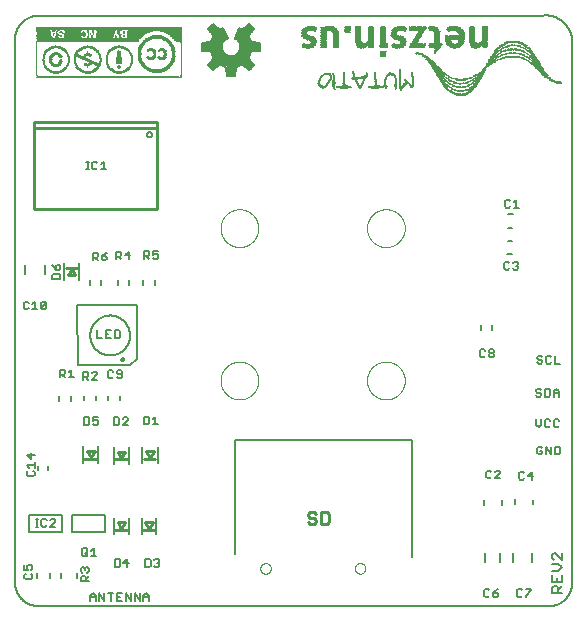
<source format=gto>
G75*
%MOIN*%
%OFA0B0*%
%FSLAX25Y25*%
%IPPOS*%
%LPD*%
%AMOC8*
5,1,8,0,0,1.08239X$1,22.5*
%
%ADD10C,0.00700*%
%ADD11C,0.01000*%
%ADD12C,0.00630*%
%ADD13C,0.00800*%
%ADD14C,0.00600*%
%ADD15R,0.01800X0.00200*%
%ADD16R,0.01600X0.00200*%
%ADD17R,0.03000X0.00200*%
%ADD18R,0.02000X0.00200*%
%ADD19R,0.00200X0.00200*%
%ADD20R,0.02400X0.00200*%
%ADD21R,0.01400X0.00200*%
%ADD22R,0.02800X0.00200*%
%ADD23R,0.04200X0.00200*%
%ADD24R,0.02600X0.00200*%
%ADD25R,0.05600X0.00200*%
%ADD26R,0.03600X0.00200*%
%ADD27R,0.04400X0.00200*%
%ADD28R,0.03800X0.00200*%
%ADD29R,0.04600X0.00200*%
%ADD30R,0.03200X0.00200*%
%ADD31R,0.06000X0.00200*%
%ADD32R,0.02200X0.00200*%
%ADD33R,0.05000X0.00200*%
%ADD34R,0.04800X0.00200*%
%ADD35R,0.03400X0.00200*%
%ADD36R,0.05800X0.00200*%
%ADD37R,0.05200X0.00200*%
%ADD38R,0.05400X0.00200*%
%ADD39R,0.00400X0.00200*%
%ADD40R,0.01000X0.00200*%
%ADD41R,0.06400X0.00200*%
%ADD42R,0.04000X0.00200*%
%ADD43R,0.06600X0.00200*%
%ADD44R,0.00800X0.00200*%
%ADD45R,0.06200X0.00200*%
%ADD46R,0.01200X0.00200*%
%ADD47R,0.00600X0.00200*%
%ADD48C,0.00000*%
%ADD49R,0.00400X0.00100*%
%ADD50R,0.00600X0.00100*%
%ADD51R,0.00700X0.00100*%
%ADD52R,0.00800X0.00100*%
%ADD53R,0.00900X0.00100*%
%ADD54R,0.00300X0.00100*%
%ADD55R,0.00500X0.00100*%
%ADD56R,0.01300X0.00100*%
%ADD57R,0.01500X0.00100*%
%ADD58R,0.01700X0.00100*%
%ADD59R,0.01900X0.00100*%
%ADD60R,0.02200X0.00100*%
%ADD61R,0.02500X0.00100*%
%ADD62R,0.02400X0.00100*%
%ADD63R,0.01100X0.00100*%
%ADD64R,0.02600X0.00100*%
%ADD65R,0.02800X0.00100*%
%ADD66R,0.01200X0.00100*%
%ADD67R,0.01000X0.00100*%
%ADD68R,0.02300X0.00100*%
%ADD69R,0.01400X0.00100*%
%ADD70R,0.04900X0.00100*%
%ADD71R,0.03200X0.00100*%
%ADD72R,0.01800X0.00100*%
%ADD73R,0.02000X0.00100*%
%ADD74R,0.04300X0.00100*%
%ADD75R,0.04800X0.00100*%
%ADD76R,0.01600X0.00100*%
%ADD77R,0.05100X0.00100*%
%ADD78R,0.05000X0.00100*%
%ADD79R,0.02100X0.00100*%
%ADD80R,0.04700X0.00100*%
%ADD81R,0.02700X0.00100*%
%ADD82R,0.48400X0.00100*%
%ADD83R,0.32400X0.00100*%
%ADD84R,0.07100X0.00100*%
%ADD85R,0.07800X0.00100*%
%ADD86R,0.18200X0.00100*%
%ADD87R,0.06400X0.00100*%
%ADD88R,0.06300X0.00100*%
%ADD89R,0.05900X0.00100*%
%ADD90R,0.05800X0.00100*%
%ADD91R,0.00200X0.00100*%
%ADD92R,0.04400X0.00100*%
%ADD93R,0.07300X0.00100*%
%ADD94R,0.08700X0.00100*%
%ADD95R,0.05600X0.00100*%
%ADD96R,0.00100X0.00100*%
%ADD97R,0.06700X0.00100*%
%ADD98R,0.08100X0.00100*%
%ADD99R,0.05400X0.00100*%
%ADD100R,0.04500X0.00100*%
%ADD101R,0.06100X0.00100*%
%ADD102R,0.07500X0.00100*%
%ADD103R,0.05300X0.00100*%
%ADD104R,0.05700X0.00100*%
%ADD105R,0.07200X0.00100*%
%ADD106R,0.05200X0.00100*%
%ADD107R,0.04600X0.00100*%
%ADD108R,0.07000X0.00100*%
%ADD109R,0.06500X0.00100*%
%ADD110R,0.07900X0.00100*%
%ADD111R,0.06200X0.00100*%
%ADD112R,0.07600X0.00100*%
%ADD113R,0.06000X0.00100*%
%ADD114R,0.07400X0.00100*%
%ADD115R,0.04200X0.00100*%
%ADD116R,0.05500X0.00100*%
%ADD117R,0.04000X0.00100*%
%ADD118R,0.03900X0.00100*%
%ADD119R,0.03700X0.00100*%
%ADD120R,0.03800X0.00100*%
%ADD121R,0.03600X0.00100*%
%ADD122R,0.04100X0.00100*%
%ADD123R,0.03400X0.00100*%
%ADD124R,0.03300X0.00100*%
%ADD125R,0.03100X0.00100*%
%ADD126R,0.03000X0.00100*%
%ADD127R,0.02900X0.00100*%
%ADD128R,0.34400X0.00100*%
%ADD129R,0.34300X0.00100*%
%ADD130R,0.34200X0.00100*%
%ADD131R,0.34100X0.00100*%
%ADD132R,0.34000X0.00100*%
%ADD133R,0.33900X0.00100*%
%ADD134R,0.33800X0.00100*%
%ADD135R,0.33700X0.00100*%
%ADD136R,0.03500X0.00100*%
%ADD137R,0.06900X0.00100*%
%ADD138R,0.06600X0.00100*%
%ADD139R,0.46600X0.00100*%
%ADD140C,0.00591*%
D10*
X0009830Y0018054D02*
X0179814Y0018054D01*
X0180004Y0018056D01*
X0180194Y0018063D01*
X0180384Y0018075D01*
X0180574Y0018091D01*
X0180763Y0018111D01*
X0180952Y0018137D01*
X0181140Y0018166D01*
X0181327Y0018201D01*
X0181513Y0018240D01*
X0181698Y0018283D01*
X0181883Y0018331D01*
X0182066Y0018383D01*
X0182247Y0018439D01*
X0182427Y0018500D01*
X0182606Y0018566D01*
X0182783Y0018635D01*
X0182959Y0018709D01*
X0183132Y0018787D01*
X0183304Y0018870D01*
X0183473Y0018956D01*
X0183641Y0019046D01*
X0183806Y0019141D01*
X0183969Y0019239D01*
X0184129Y0019342D01*
X0184287Y0019448D01*
X0184442Y0019558D01*
X0184595Y0019671D01*
X0184745Y0019789D01*
X0184891Y0019910D01*
X0185035Y0020034D01*
X0185176Y0020162D01*
X0185314Y0020293D01*
X0185449Y0020428D01*
X0185580Y0020566D01*
X0185708Y0020707D01*
X0185832Y0020851D01*
X0185953Y0020997D01*
X0186071Y0021147D01*
X0186184Y0021300D01*
X0186294Y0021455D01*
X0186400Y0021613D01*
X0186503Y0021773D01*
X0186601Y0021936D01*
X0186696Y0022101D01*
X0186786Y0022269D01*
X0186872Y0022438D01*
X0186955Y0022610D01*
X0187033Y0022783D01*
X0187107Y0022959D01*
X0187176Y0023136D01*
X0187242Y0023315D01*
X0187303Y0023495D01*
X0187359Y0023676D01*
X0187411Y0023859D01*
X0187459Y0024044D01*
X0187502Y0024229D01*
X0187541Y0024415D01*
X0187576Y0024602D01*
X0187605Y0024790D01*
X0187631Y0024979D01*
X0187651Y0025168D01*
X0187667Y0025358D01*
X0187679Y0025548D01*
X0187686Y0025738D01*
X0187688Y0025928D01*
X0187688Y0207030D01*
X0187662Y0207244D01*
X0187631Y0207457D01*
X0187594Y0207669D01*
X0187552Y0207881D01*
X0187505Y0208091D01*
X0187453Y0208300D01*
X0187396Y0208508D01*
X0187334Y0208714D01*
X0187267Y0208919D01*
X0187196Y0209122D01*
X0187119Y0209323D01*
X0187037Y0209522D01*
X0186951Y0209720D01*
X0186860Y0209915D01*
X0186764Y0210108D01*
X0186663Y0210298D01*
X0186558Y0210486D01*
X0186449Y0210672D01*
X0186335Y0210854D01*
X0186216Y0211034D01*
X0186094Y0211211D01*
X0185967Y0211385D01*
X0185836Y0211556D01*
X0185700Y0211724D01*
X0185561Y0211888D01*
X0185418Y0212049D01*
X0185271Y0212207D01*
X0185120Y0212360D01*
X0184966Y0212511D01*
X0184808Y0212657D01*
X0184646Y0212800D01*
X0184482Y0212938D01*
X0184313Y0213073D01*
X0184142Y0213203D01*
X0183968Y0213329D01*
X0183790Y0213451D01*
X0183610Y0213569D01*
X0183426Y0213682D01*
X0183241Y0213791D01*
X0183052Y0213896D01*
X0182861Y0213995D01*
X0182668Y0214090D01*
X0182472Y0214181D01*
X0182275Y0214266D01*
X0182075Y0214347D01*
X0181874Y0214423D01*
X0181670Y0214494D01*
X0181465Y0214560D01*
X0181259Y0214622D01*
X0181051Y0214678D01*
X0180842Y0214729D01*
X0180631Y0214775D01*
X0180420Y0214816D01*
X0180207Y0214852D01*
X0179994Y0214883D01*
X0179780Y0214908D01*
X0179566Y0214929D01*
X0179351Y0214944D01*
X0179136Y0214954D01*
X0178921Y0214959D01*
X0178705Y0214958D01*
X0178490Y0214953D01*
X0178275Y0214942D01*
X0178060Y0214926D01*
X0177846Y0214904D01*
X0177845Y0214904D02*
X0009830Y0214904D01*
X0009640Y0214902D01*
X0009450Y0214895D01*
X0009260Y0214883D01*
X0009070Y0214867D01*
X0008881Y0214847D01*
X0008692Y0214821D01*
X0008504Y0214792D01*
X0008317Y0214757D01*
X0008131Y0214718D01*
X0007946Y0214675D01*
X0007761Y0214627D01*
X0007578Y0214575D01*
X0007397Y0214519D01*
X0007217Y0214458D01*
X0007038Y0214392D01*
X0006861Y0214323D01*
X0006685Y0214249D01*
X0006512Y0214171D01*
X0006340Y0214088D01*
X0006171Y0214002D01*
X0006003Y0213912D01*
X0005838Y0213817D01*
X0005675Y0213719D01*
X0005515Y0213616D01*
X0005357Y0213510D01*
X0005202Y0213400D01*
X0005049Y0213287D01*
X0004899Y0213169D01*
X0004753Y0213048D01*
X0004609Y0212924D01*
X0004468Y0212796D01*
X0004330Y0212665D01*
X0004195Y0212530D01*
X0004064Y0212392D01*
X0003936Y0212251D01*
X0003812Y0212107D01*
X0003691Y0211961D01*
X0003573Y0211811D01*
X0003460Y0211658D01*
X0003350Y0211503D01*
X0003244Y0211345D01*
X0003141Y0211185D01*
X0003043Y0211022D01*
X0002948Y0210857D01*
X0002858Y0210689D01*
X0002772Y0210520D01*
X0002689Y0210348D01*
X0002611Y0210175D01*
X0002537Y0209999D01*
X0002468Y0209822D01*
X0002402Y0209643D01*
X0002341Y0209463D01*
X0002285Y0209282D01*
X0002233Y0209099D01*
X0002185Y0208914D01*
X0002142Y0208729D01*
X0002103Y0208543D01*
X0002068Y0208356D01*
X0002039Y0208168D01*
X0002013Y0207979D01*
X0001993Y0207790D01*
X0001977Y0207600D01*
X0001965Y0207410D01*
X0001958Y0207220D01*
X0001956Y0207030D01*
X0001956Y0025928D01*
X0001958Y0025738D01*
X0001965Y0025548D01*
X0001977Y0025358D01*
X0001993Y0025168D01*
X0002013Y0024979D01*
X0002039Y0024790D01*
X0002068Y0024602D01*
X0002103Y0024415D01*
X0002142Y0024229D01*
X0002185Y0024044D01*
X0002233Y0023859D01*
X0002285Y0023676D01*
X0002341Y0023495D01*
X0002402Y0023315D01*
X0002468Y0023136D01*
X0002537Y0022959D01*
X0002611Y0022783D01*
X0002689Y0022610D01*
X0002772Y0022438D01*
X0002858Y0022269D01*
X0002948Y0022101D01*
X0003043Y0021936D01*
X0003141Y0021773D01*
X0003244Y0021613D01*
X0003350Y0021455D01*
X0003460Y0021300D01*
X0003573Y0021147D01*
X0003691Y0020997D01*
X0003812Y0020851D01*
X0003936Y0020707D01*
X0004064Y0020566D01*
X0004195Y0020428D01*
X0004330Y0020293D01*
X0004468Y0020162D01*
X0004609Y0020034D01*
X0004753Y0019910D01*
X0004899Y0019789D01*
X0005049Y0019671D01*
X0005202Y0019558D01*
X0005357Y0019448D01*
X0005515Y0019342D01*
X0005675Y0019239D01*
X0005838Y0019141D01*
X0006003Y0019046D01*
X0006171Y0018956D01*
X0006340Y0018870D01*
X0006512Y0018787D01*
X0006685Y0018709D01*
X0006861Y0018635D01*
X0007038Y0018566D01*
X0007217Y0018500D01*
X0007397Y0018439D01*
X0007578Y0018383D01*
X0007761Y0018331D01*
X0007946Y0018283D01*
X0008131Y0018240D01*
X0008317Y0018201D01*
X0008504Y0018166D01*
X0008692Y0018137D01*
X0008881Y0018111D01*
X0009070Y0018091D01*
X0009260Y0018075D01*
X0009450Y0018063D01*
X0009640Y0018056D01*
X0009830Y0018054D01*
X0006680Y0042857D02*
X0006680Y0048369D01*
X0017704Y0048369D01*
X0017704Y0042857D01*
X0006680Y0042857D01*
X0020853Y0042857D02*
X0031877Y0042857D01*
X0031877Y0048369D01*
X0020853Y0048369D01*
X0020853Y0042857D01*
X0011930Y0116998D02*
X0011096Y0116998D01*
X0010679Y0117415D01*
X0012347Y0119083D01*
X0012347Y0117415D01*
X0011930Y0116998D01*
X0010679Y0117415D02*
X0010679Y0119083D01*
X0011096Y0119500D01*
X0011930Y0119500D01*
X0012347Y0119083D01*
X0009400Y0116998D02*
X0007732Y0116998D01*
X0008566Y0116998D02*
X0008566Y0119500D01*
X0007732Y0118666D01*
X0006454Y0119083D02*
X0006037Y0119500D01*
X0005203Y0119500D01*
X0004786Y0119083D01*
X0004786Y0117415D01*
X0005203Y0116998D01*
X0006037Y0116998D01*
X0006454Y0117415D01*
X0014377Y0127178D02*
X0014377Y0128429D01*
X0014794Y0128846D01*
X0016463Y0128846D01*
X0016880Y0128429D01*
X0016880Y0127178D01*
X0014377Y0127178D01*
X0015628Y0130125D02*
X0014794Y0130959D01*
X0014377Y0131793D01*
X0015628Y0131376D02*
X0015628Y0130125D01*
X0016463Y0130125D01*
X0016880Y0130542D01*
X0016880Y0131376D01*
X0016463Y0131793D01*
X0016045Y0131793D01*
X0015628Y0131376D01*
X0027865Y0133357D02*
X0027865Y0135859D01*
X0029116Y0135859D01*
X0029533Y0135442D01*
X0029533Y0134608D01*
X0029116Y0134191D01*
X0027865Y0134191D01*
X0028699Y0134191D02*
X0029533Y0133357D01*
X0030812Y0133774D02*
X0030812Y0134608D01*
X0032063Y0134608D01*
X0032480Y0134191D01*
X0032480Y0133774D01*
X0032063Y0133357D01*
X0031229Y0133357D01*
X0030812Y0133774D01*
X0030812Y0134608D02*
X0031646Y0135442D01*
X0032480Y0135859D01*
X0035739Y0136253D02*
X0035739Y0133751D01*
X0035739Y0134585D02*
X0036990Y0134585D01*
X0037407Y0135002D01*
X0037407Y0135836D01*
X0036990Y0136253D01*
X0035739Y0136253D01*
X0036573Y0134585D02*
X0037407Y0133751D01*
X0038686Y0135002D02*
X0040354Y0135002D01*
X0039937Y0136253D02*
X0038686Y0135002D01*
X0039937Y0133751D02*
X0039937Y0136253D01*
X0032307Y0163747D02*
X0030639Y0163747D01*
X0031473Y0163747D02*
X0031473Y0166249D01*
X0030639Y0165415D01*
X0029360Y0165832D02*
X0028943Y0166249D01*
X0028109Y0166249D01*
X0027692Y0165832D01*
X0027692Y0164164D01*
X0028109Y0163747D01*
X0028943Y0163747D01*
X0029360Y0164164D01*
X0026562Y0163747D02*
X0025728Y0163747D01*
X0026145Y0163747D02*
X0026145Y0166249D01*
X0025728Y0166249D02*
X0026562Y0166249D01*
D11*
X0008648Y0177502D02*
X0048806Y0177502D01*
X0049200Y0179471D02*
X0049200Y0150337D01*
X0008255Y0150337D01*
X0008255Y0179471D01*
X0049200Y0179471D01*
X0022900Y0130928D02*
X0018963Y0130928D01*
X0020814Y0130494D02*
X0019475Y0128329D01*
X0022034Y0128329D01*
X0020814Y0130494D01*
X0025971Y0069825D02*
X0027192Y0067660D01*
X0028530Y0069825D01*
X0025971Y0069825D01*
X0025105Y0067227D02*
X0029042Y0067227D01*
X0035341Y0066991D02*
X0039278Y0066991D01*
X0037428Y0067424D02*
X0036207Y0069589D01*
X0038767Y0069589D01*
X0037428Y0067424D01*
X0044830Y0067069D02*
X0048767Y0067069D01*
X0046916Y0067502D02*
X0045696Y0069668D01*
X0048255Y0069668D01*
X0046916Y0067502D01*
X0047979Y0045967D02*
X0045420Y0045967D01*
X0046641Y0043802D01*
X0047979Y0045967D01*
X0048491Y0043369D02*
X0044554Y0043369D01*
X0039200Y0043447D02*
X0035263Y0043447D01*
X0037349Y0043880D02*
X0036129Y0046046D01*
X0038688Y0046046D01*
X0037349Y0043880D01*
X0099482Y0046019D02*
X0100149Y0045352D01*
X0101483Y0045352D01*
X0102150Y0046019D01*
X0102150Y0046686D01*
X0101483Y0047354D01*
X0100149Y0047354D01*
X0099482Y0048021D01*
X0099482Y0048688D01*
X0100149Y0049355D01*
X0101483Y0049355D01*
X0102150Y0048688D01*
X0104085Y0049355D02*
X0106087Y0049355D01*
X0106754Y0048688D01*
X0106754Y0046019D01*
X0106087Y0045352D01*
X0104085Y0045352D01*
X0104085Y0049355D01*
D12*
X0075171Y0035296D02*
X0075171Y0073524D01*
X0134226Y0073524D01*
X0134226Y0034290D01*
X0158550Y0035736D02*
X0158550Y0032665D01*
X0163511Y0032665D02*
X0163511Y0035657D01*
X0167920Y0035657D02*
X0167920Y0032665D01*
X0174219Y0032665D02*
X0174219Y0035657D01*
X0164298Y0051720D02*
X0164298Y0053295D01*
X0168747Y0053689D02*
X0168747Y0052114D01*
X0174495Y0051996D02*
X0174495Y0053571D01*
X0158393Y0053295D02*
X0158393Y0051720D01*
X0157277Y0110239D02*
X0157277Y0111814D01*
X0160866Y0111793D02*
X0160866Y0110218D01*
X0166044Y0135514D02*
X0167619Y0135514D01*
X0167737Y0139845D02*
X0166163Y0139845D01*
X0166123Y0144097D02*
X0167698Y0144097D01*
X0167777Y0148821D02*
X0166202Y0148821D01*
X0049456Y0071169D02*
X0049456Y0065657D01*
X0044416Y0065618D02*
X0044416Y0071130D01*
X0039967Y0071091D02*
X0039967Y0065579D01*
X0034928Y0065539D02*
X0034928Y0071051D01*
X0029731Y0071327D02*
X0029731Y0065815D01*
X0024692Y0065776D02*
X0024692Y0071287D01*
X0013063Y0064898D02*
X0013063Y0063324D01*
X0009763Y0063324D02*
X0009763Y0064898D01*
X0016463Y0086524D02*
X0016463Y0088098D01*
X0020519Y0088098D02*
X0020519Y0086524D01*
X0024810Y0086642D02*
X0024810Y0088217D01*
X0028865Y0088217D02*
X0028865Y0086642D01*
X0032959Y0086602D02*
X0032959Y0088177D01*
X0037015Y0088177D02*
X0037015Y0086602D01*
X0036148Y0125146D02*
X0036148Y0126720D01*
X0039810Y0126720D02*
X0039810Y0125146D01*
X0044456Y0125224D02*
X0044456Y0126799D01*
X0048511Y0126799D02*
X0048511Y0125224D01*
X0030637Y0125067D02*
X0030637Y0126642D01*
X0026975Y0126642D02*
X0026975Y0125067D01*
X0023314Y0126867D02*
X0023314Y0132379D01*
X0018274Y0132339D02*
X0018274Y0126828D01*
X0012015Y0128728D02*
X0012015Y0131720D01*
X0005322Y0131720D02*
X0005322Y0128728D01*
X0034849Y0047508D02*
X0034849Y0041996D01*
X0039889Y0042035D02*
X0039889Y0047547D01*
X0044298Y0047508D02*
X0044298Y0041996D01*
X0049022Y0041996D02*
X0049022Y0047508D01*
X0022448Y0029083D02*
X0022448Y0027508D01*
X0017211Y0027508D02*
X0017211Y0029083D01*
X0013707Y0029083D02*
X0013707Y0027508D01*
X0009259Y0027508D02*
X0009259Y0029083D01*
D13*
X0022822Y0098290D02*
X0040263Y0098290D01*
X0042585Y0100573D01*
X0042585Y0118290D01*
X0042595Y0118298D02*
X0022743Y0118298D01*
X0022822Y0098290D01*
X0027020Y0108302D02*
X0027022Y0108465D01*
X0027028Y0108628D01*
X0027038Y0108791D01*
X0027052Y0108953D01*
X0027070Y0109115D01*
X0027092Y0109276D01*
X0027118Y0109437D01*
X0027148Y0109598D01*
X0027181Y0109757D01*
X0027219Y0109916D01*
X0027261Y0110073D01*
X0027306Y0110230D01*
X0027355Y0110385D01*
X0027408Y0110539D01*
X0027465Y0110692D01*
X0027526Y0110843D01*
X0027590Y0110993D01*
X0027658Y0111141D01*
X0027729Y0111288D01*
X0027804Y0111433D01*
X0027883Y0111575D01*
X0027965Y0111716D01*
X0028050Y0111855D01*
X0028139Y0111992D01*
X0028231Y0112126D01*
X0028327Y0112258D01*
X0028426Y0112388D01*
X0028527Y0112515D01*
X0028632Y0112640D01*
X0028740Y0112762D01*
X0028851Y0112881D01*
X0028965Y0112998D01*
X0029082Y0113112D01*
X0029201Y0113223D01*
X0029323Y0113331D01*
X0029448Y0113436D01*
X0029575Y0113537D01*
X0029705Y0113636D01*
X0029837Y0113732D01*
X0029971Y0113824D01*
X0030108Y0113913D01*
X0030247Y0113998D01*
X0030388Y0114080D01*
X0030530Y0114159D01*
X0030675Y0114234D01*
X0030822Y0114305D01*
X0030970Y0114373D01*
X0031120Y0114437D01*
X0031271Y0114498D01*
X0031424Y0114555D01*
X0031578Y0114608D01*
X0031733Y0114657D01*
X0031890Y0114702D01*
X0032047Y0114744D01*
X0032206Y0114782D01*
X0032365Y0114815D01*
X0032526Y0114845D01*
X0032687Y0114871D01*
X0032848Y0114893D01*
X0033010Y0114911D01*
X0033172Y0114925D01*
X0033335Y0114935D01*
X0033498Y0114941D01*
X0033661Y0114943D01*
X0033824Y0114941D01*
X0033987Y0114935D01*
X0034150Y0114925D01*
X0034312Y0114911D01*
X0034474Y0114893D01*
X0034635Y0114871D01*
X0034796Y0114845D01*
X0034957Y0114815D01*
X0035116Y0114782D01*
X0035275Y0114744D01*
X0035432Y0114702D01*
X0035589Y0114657D01*
X0035744Y0114608D01*
X0035898Y0114555D01*
X0036051Y0114498D01*
X0036202Y0114437D01*
X0036352Y0114373D01*
X0036500Y0114305D01*
X0036647Y0114234D01*
X0036792Y0114159D01*
X0036934Y0114080D01*
X0037075Y0113998D01*
X0037214Y0113913D01*
X0037351Y0113824D01*
X0037485Y0113732D01*
X0037617Y0113636D01*
X0037747Y0113537D01*
X0037874Y0113436D01*
X0037999Y0113331D01*
X0038121Y0113223D01*
X0038240Y0113112D01*
X0038357Y0112998D01*
X0038471Y0112881D01*
X0038582Y0112762D01*
X0038690Y0112640D01*
X0038795Y0112515D01*
X0038896Y0112388D01*
X0038995Y0112258D01*
X0039091Y0112126D01*
X0039183Y0111992D01*
X0039272Y0111855D01*
X0039357Y0111716D01*
X0039439Y0111575D01*
X0039518Y0111433D01*
X0039593Y0111288D01*
X0039664Y0111141D01*
X0039732Y0110993D01*
X0039796Y0110843D01*
X0039857Y0110692D01*
X0039914Y0110539D01*
X0039967Y0110385D01*
X0040016Y0110230D01*
X0040061Y0110073D01*
X0040103Y0109916D01*
X0040141Y0109757D01*
X0040174Y0109598D01*
X0040204Y0109437D01*
X0040230Y0109276D01*
X0040252Y0109115D01*
X0040270Y0108953D01*
X0040284Y0108791D01*
X0040294Y0108628D01*
X0040300Y0108465D01*
X0040302Y0108302D01*
X0040300Y0108139D01*
X0040294Y0107976D01*
X0040284Y0107813D01*
X0040270Y0107651D01*
X0040252Y0107489D01*
X0040230Y0107328D01*
X0040204Y0107167D01*
X0040174Y0107006D01*
X0040141Y0106847D01*
X0040103Y0106688D01*
X0040061Y0106531D01*
X0040016Y0106374D01*
X0039967Y0106219D01*
X0039914Y0106065D01*
X0039857Y0105912D01*
X0039796Y0105761D01*
X0039732Y0105611D01*
X0039664Y0105463D01*
X0039593Y0105316D01*
X0039518Y0105171D01*
X0039439Y0105029D01*
X0039357Y0104888D01*
X0039272Y0104749D01*
X0039183Y0104612D01*
X0039091Y0104478D01*
X0038995Y0104346D01*
X0038896Y0104216D01*
X0038795Y0104089D01*
X0038690Y0103964D01*
X0038582Y0103842D01*
X0038471Y0103723D01*
X0038357Y0103606D01*
X0038240Y0103492D01*
X0038121Y0103381D01*
X0037999Y0103273D01*
X0037874Y0103168D01*
X0037747Y0103067D01*
X0037617Y0102968D01*
X0037485Y0102872D01*
X0037351Y0102780D01*
X0037214Y0102691D01*
X0037075Y0102606D01*
X0036934Y0102524D01*
X0036792Y0102445D01*
X0036647Y0102370D01*
X0036500Y0102299D01*
X0036352Y0102231D01*
X0036202Y0102167D01*
X0036051Y0102106D01*
X0035898Y0102049D01*
X0035744Y0101996D01*
X0035589Y0101947D01*
X0035432Y0101902D01*
X0035275Y0101860D01*
X0035116Y0101822D01*
X0034957Y0101789D01*
X0034796Y0101759D01*
X0034635Y0101733D01*
X0034474Y0101711D01*
X0034312Y0101693D01*
X0034150Y0101679D01*
X0033987Y0101669D01*
X0033824Y0101663D01*
X0033661Y0101661D01*
X0033498Y0101663D01*
X0033335Y0101669D01*
X0033172Y0101679D01*
X0033010Y0101693D01*
X0032848Y0101711D01*
X0032687Y0101733D01*
X0032526Y0101759D01*
X0032365Y0101789D01*
X0032206Y0101822D01*
X0032047Y0101860D01*
X0031890Y0101902D01*
X0031733Y0101947D01*
X0031578Y0101996D01*
X0031424Y0102049D01*
X0031271Y0102106D01*
X0031120Y0102167D01*
X0030970Y0102231D01*
X0030822Y0102299D01*
X0030675Y0102370D01*
X0030530Y0102445D01*
X0030388Y0102524D01*
X0030247Y0102606D01*
X0030108Y0102691D01*
X0029971Y0102780D01*
X0029837Y0102872D01*
X0029705Y0102968D01*
X0029575Y0103067D01*
X0029448Y0103168D01*
X0029323Y0103273D01*
X0029201Y0103381D01*
X0029082Y0103492D01*
X0028965Y0103606D01*
X0028851Y0103723D01*
X0028740Y0103842D01*
X0028632Y0103964D01*
X0028527Y0104089D01*
X0028426Y0104216D01*
X0028327Y0104346D01*
X0028231Y0104478D01*
X0028139Y0104612D01*
X0028050Y0104749D01*
X0027965Y0104888D01*
X0027883Y0105029D01*
X0027804Y0105171D01*
X0027729Y0105316D01*
X0027658Y0105463D01*
X0027590Y0105611D01*
X0027526Y0105761D01*
X0027465Y0105912D01*
X0027408Y0106065D01*
X0027355Y0106219D01*
X0027306Y0106374D01*
X0027261Y0106531D01*
X0027219Y0106688D01*
X0027181Y0106847D01*
X0027148Y0107006D01*
X0027118Y0107167D01*
X0027092Y0107328D01*
X0027070Y0107489D01*
X0027052Y0107651D01*
X0027038Y0107813D01*
X0027028Y0107976D01*
X0027022Y0108139D01*
X0027020Y0108302D01*
X0037402Y0100376D02*
X0037404Y0100420D01*
X0037410Y0100464D01*
X0037419Y0100507D01*
X0037433Y0100549D01*
X0037450Y0100589D01*
X0037471Y0100628D01*
X0037495Y0100665D01*
X0037522Y0100700D01*
X0037552Y0100732D01*
X0037585Y0100761D01*
X0037620Y0100788D01*
X0037657Y0100811D01*
X0037697Y0100831D01*
X0037738Y0100847D01*
X0037780Y0100859D01*
X0037823Y0100868D01*
X0037867Y0100873D01*
X0037911Y0100874D01*
X0037955Y0100871D01*
X0037999Y0100864D01*
X0038041Y0100854D01*
X0038083Y0100839D01*
X0038123Y0100821D01*
X0038162Y0100800D01*
X0038198Y0100775D01*
X0038232Y0100747D01*
X0038264Y0100716D01*
X0038292Y0100683D01*
X0038318Y0100647D01*
X0038340Y0100609D01*
X0038359Y0100569D01*
X0038374Y0100528D01*
X0038386Y0100485D01*
X0038394Y0100442D01*
X0038398Y0100398D01*
X0038398Y0100354D01*
X0038394Y0100310D01*
X0038386Y0100267D01*
X0038374Y0100224D01*
X0038359Y0100183D01*
X0038340Y0100143D01*
X0038318Y0100105D01*
X0038292Y0100069D01*
X0038264Y0100036D01*
X0038232Y0100005D01*
X0038198Y0099977D01*
X0038162Y0099952D01*
X0038123Y0099931D01*
X0038083Y0099913D01*
X0038041Y0099898D01*
X0037999Y0099888D01*
X0037955Y0099881D01*
X0037911Y0099878D01*
X0037867Y0099879D01*
X0037823Y0099884D01*
X0037780Y0099893D01*
X0037738Y0099905D01*
X0037697Y0099921D01*
X0037657Y0099941D01*
X0037620Y0099964D01*
X0037585Y0099991D01*
X0037552Y0100020D01*
X0037522Y0100052D01*
X0037495Y0100087D01*
X0037471Y0100124D01*
X0037450Y0100163D01*
X0037433Y0100203D01*
X0037419Y0100245D01*
X0037410Y0100288D01*
X0037404Y0100332D01*
X0037402Y0100376D01*
X0045998Y0175258D02*
X0046000Y0175314D01*
X0046006Y0175371D01*
X0046016Y0175426D01*
X0046030Y0175481D01*
X0046047Y0175535D01*
X0046069Y0175587D01*
X0046094Y0175637D01*
X0046122Y0175686D01*
X0046154Y0175733D01*
X0046189Y0175777D01*
X0046227Y0175819D01*
X0046268Y0175858D01*
X0046312Y0175893D01*
X0046358Y0175926D01*
X0046406Y0175955D01*
X0046456Y0175981D01*
X0046508Y0176004D01*
X0046562Y0176022D01*
X0046616Y0176037D01*
X0046671Y0176048D01*
X0046727Y0176055D01*
X0046784Y0176058D01*
X0046840Y0176057D01*
X0046897Y0176052D01*
X0046952Y0176043D01*
X0047007Y0176030D01*
X0047061Y0176013D01*
X0047114Y0175993D01*
X0047165Y0175969D01*
X0047214Y0175941D01*
X0047261Y0175910D01*
X0047306Y0175876D01*
X0047349Y0175838D01*
X0047388Y0175798D01*
X0047425Y0175755D01*
X0047458Y0175710D01*
X0047488Y0175662D01*
X0047515Y0175612D01*
X0047538Y0175561D01*
X0047558Y0175508D01*
X0047574Y0175454D01*
X0047586Y0175398D01*
X0047594Y0175343D01*
X0047598Y0175286D01*
X0047598Y0175230D01*
X0047594Y0175173D01*
X0047586Y0175118D01*
X0047574Y0175062D01*
X0047558Y0175008D01*
X0047538Y0174955D01*
X0047515Y0174904D01*
X0047488Y0174854D01*
X0047458Y0174806D01*
X0047425Y0174761D01*
X0047388Y0174718D01*
X0047349Y0174678D01*
X0047306Y0174640D01*
X0047261Y0174606D01*
X0047214Y0174575D01*
X0047165Y0174547D01*
X0047114Y0174523D01*
X0047061Y0174503D01*
X0047007Y0174486D01*
X0046952Y0174473D01*
X0046897Y0174464D01*
X0046840Y0174459D01*
X0046784Y0174458D01*
X0046727Y0174461D01*
X0046671Y0174468D01*
X0046616Y0174479D01*
X0046562Y0174494D01*
X0046508Y0174512D01*
X0046456Y0174535D01*
X0046406Y0174561D01*
X0046358Y0174590D01*
X0046312Y0174623D01*
X0046268Y0174658D01*
X0046227Y0174697D01*
X0046189Y0174739D01*
X0046154Y0174783D01*
X0046122Y0174830D01*
X0046094Y0174879D01*
X0046069Y0174929D01*
X0046047Y0174981D01*
X0046030Y0175035D01*
X0046016Y0175090D01*
X0046006Y0175145D01*
X0046000Y0175202D01*
X0045998Y0175258D01*
X0181489Y0035705D02*
X0180955Y0035171D01*
X0180955Y0034104D01*
X0181489Y0033570D01*
X0180955Y0032022D02*
X0183090Y0032022D01*
X0184158Y0030954D01*
X0183090Y0029887D01*
X0180955Y0029887D01*
X0180955Y0028339D02*
X0180955Y0026204D01*
X0184158Y0026204D01*
X0184158Y0028339D01*
X0182557Y0027271D02*
X0182557Y0026204D01*
X0182557Y0024656D02*
X0183090Y0024122D01*
X0183090Y0022520D01*
X0184158Y0022520D02*
X0180955Y0022520D01*
X0180955Y0024122D01*
X0181489Y0024656D01*
X0182557Y0024656D01*
X0183090Y0023588D02*
X0184158Y0024656D01*
X0184158Y0033570D02*
X0182023Y0035705D01*
X0181489Y0035705D01*
X0184158Y0035705D02*
X0184158Y0033570D01*
D14*
X0173997Y0023728D02*
X0173997Y0023295D01*
X0172262Y0021560D01*
X0172262Y0021126D01*
X0171050Y0021560D02*
X0170616Y0021126D01*
X0169749Y0021126D01*
X0169315Y0021560D01*
X0169315Y0023295D01*
X0169749Y0023728D01*
X0170616Y0023728D01*
X0171050Y0023295D01*
X0172262Y0023728D02*
X0173997Y0023728D01*
X0163052Y0023728D02*
X0162184Y0023295D01*
X0161317Y0022427D01*
X0162618Y0022427D01*
X0163052Y0021993D01*
X0163052Y0021560D01*
X0162618Y0021126D01*
X0161751Y0021126D01*
X0161317Y0021560D01*
X0161317Y0022427D01*
X0160105Y0021560D02*
X0159671Y0021126D01*
X0158804Y0021126D01*
X0158370Y0021560D01*
X0158370Y0023295D01*
X0158804Y0023728D01*
X0159671Y0023728D01*
X0160105Y0023295D01*
X0170336Y0060169D02*
X0171203Y0060169D01*
X0171637Y0060603D01*
X0170336Y0060169D02*
X0169902Y0060603D01*
X0169902Y0062338D01*
X0170336Y0062772D01*
X0171203Y0062772D01*
X0171637Y0062338D01*
X0172848Y0061470D02*
X0174583Y0061470D01*
X0174149Y0060169D02*
X0174149Y0062772D01*
X0172848Y0061470D01*
X0176461Y0068606D02*
X0177329Y0068606D01*
X0177763Y0069039D01*
X0177763Y0069907D01*
X0176895Y0069907D01*
X0176028Y0070774D02*
X0176028Y0069039D01*
X0176461Y0068606D01*
X0176028Y0070774D02*
X0176461Y0071208D01*
X0177329Y0071208D01*
X0177763Y0070774D01*
X0178974Y0071208D02*
X0180709Y0068606D01*
X0180709Y0071208D01*
X0181921Y0071208D02*
X0181921Y0068606D01*
X0183222Y0068606D01*
X0183656Y0069039D01*
X0183656Y0070774D01*
X0183222Y0071208D01*
X0181921Y0071208D01*
X0178974Y0071208D02*
X0178974Y0068606D01*
X0179014Y0077661D02*
X0179882Y0077661D01*
X0180315Y0078094D01*
X0181527Y0078094D02*
X0181961Y0077661D01*
X0182828Y0077661D01*
X0183262Y0078094D01*
X0181527Y0078094D02*
X0181527Y0079829D01*
X0181961Y0080263D01*
X0182828Y0080263D01*
X0183262Y0079829D01*
X0180315Y0079829D02*
X0179882Y0080263D01*
X0179014Y0080263D01*
X0178581Y0079829D01*
X0178581Y0078094D01*
X0179014Y0077661D01*
X0177369Y0078528D02*
X0177369Y0080263D01*
X0175634Y0080263D02*
X0175634Y0078528D01*
X0176501Y0077661D01*
X0177369Y0078528D01*
X0176935Y0087897D02*
X0176068Y0087897D01*
X0175634Y0088331D01*
X0176068Y0089198D02*
X0175634Y0089632D01*
X0175634Y0090065D01*
X0176068Y0090499D01*
X0176935Y0090499D01*
X0177369Y0090065D01*
X0176935Y0089198D02*
X0177369Y0088764D01*
X0177369Y0088331D01*
X0176935Y0087897D01*
X0176935Y0089198D02*
X0176068Y0089198D01*
X0178581Y0090499D02*
X0178581Y0087897D01*
X0179882Y0087897D01*
X0180315Y0088331D01*
X0180315Y0090065D01*
X0179882Y0090499D01*
X0178581Y0090499D01*
X0181527Y0089632D02*
X0181527Y0087897D01*
X0181527Y0089198D02*
X0183262Y0089198D01*
X0183262Y0089632D02*
X0183262Y0087897D01*
X0183262Y0089632D02*
X0182395Y0090499D01*
X0181527Y0089632D01*
X0181921Y0098920D02*
X0183656Y0098920D01*
X0181921Y0098920D02*
X0181921Y0101523D01*
X0180709Y0101089D02*
X0180275Y0101523D01*
X0179408Y0101523D01*
X0178974Y0101089D01*
X0178974Y0099354D01*
X0179408Y0098920D01*
X0180275Y0098920D01*
X0180709Y0099354D01*
X0177763Y0099354D02*
X0177763Y0099788D01*
X0177329Y0100222D01*
X0176461Y0100222D01*
X0176028Y0100655D01*
X0176028Y0101089D01*
X0176461Y0101523D01*
X0177329Y0101523D01*
X0177763Y0101089D01*
X0177763Y0099354D02*
X0177329Y0098920D01*
X0176461Y0098920D01*
X0176028Y0099354D01*
X0161649Y0101438D02*
X0161216Y0101004D01*
X0160348Y0101004D01*
X0159915Y0101438D01*
X0159915Y0101871D01*
X0160348Y0102305D01*
X0161216Y0102305D01*
X0161649Y0101871D01*
X0161649Y0101438D01*
X0161216Y0102305D02*
X0161649Y0102739D01*
X0161649Y0103172D01*
X0161216Y0103606D01*
X0160348Y0103606D01*
X0159915Y0103172D01*
X0159915Y0102739D01*
X0160348Y0102305D01*
X0158703Y0101438D02*
X0158269Y0101004D01*
X0157402Y0101004D01*
X0156968Y0101438D01*
X0156968Y0103172D01*
X0157402Y0103606D01*
X0158269Y0103606D01*
X0158703Y0103172D01*
X0165458Y0130245D02*
X0166326Y0130245D01*
X0166759Y0130679D01*
X0167971Y0130679D02*
X0168405Y0130245D01*
X0169272Y0130245D01*
X0169706Y0130679D01*
X0169706Y0131112D01*
X0169272Y0131546D01*
X0168839Y0131546D01*
X0169272Y0131546D02*
X0169706Y0131980D01*
X0169706Y0132413D01*
X0169272Y0132847D01*
X0168405Y0132847D01*
X0167971Y0132413D01*
X0166759Y0132413D02*
X0166326Y0132847D01*
X0165458Y0132847D01*
X0165025Y0132413D01*
X0165025Y0130679D01*
X0165458Y0130245D01*
X0165635Y0150891D02*
X0166502Y0150891D01*
X0166936Y0151325D01*
X0168148Y0150891D02*
X0169883Y0150891D01*
X0169015Y0150891D02*
X0169015Y0153494D01*
X0168148Y0152626D01*
X0166936Y0153060D02*
X0166502Y0153494D01*
X0165635Y0153494D01*
X0165201Y0153060D01*
X0165201Y0151325D01*
X0165635Y0150891D01*
X0163268Y0063224D02*
X0162400Y0063224D01*
X0161966Y0062791D01*
X0160755Y0062791D02*
X0160321Y0063224D01*
X0159454Y0063224D01*
X0159020Y0062791D01*
X0159020Y0061056D01*
X0159454Y0060622D01*
X0160321Y0060622D01*
X0160755Y0061056D01*
X0161966Y0060622D02*
X0163701Y0062357D01*
X0163701Y0062791D01*
X0163268Y0063224D01*
X0163701Y0060622D02*
X0161966Y0060622D01*
X0049512Y0078646D02*
X0047777Y0078646D01*
X0048645Y0078646D02*
X0048645Y0081248D01*
X0047777Y0080380D01*
X0046566Y0080814D02*
X0046566Y0079079D01*
X0046132Y0078646D01*
X0044831Y0078646D01*
X0044831Y0081248D01*
X0046132Y0081248D01*
X0046566Y0080814D01*
X0039552Y0080578D02*
X0039118Y0081012D01*
X0038251Y0081012D01*
X0037817Y0080578D01*
X0036605Y0080578D02*
X0036605Y0078843D01*
X0036171Y0078409D01*
X0034870Y0078409D01*
X0034870Y0081012D01*
X0036171Y0081012D01*
X0036605Y0080578D01*
X0037817Y0078409D02*
X0039552Y0080144D01*
X0039552Y0080578D01*
X0039552Y0078409D02*
X0037817Y0078409D01*
X0029591Y0078922D02*
X0029157Y0078488D01*
X0028290Y0078488D01*
X0027856Y0078922D01*
X0027856Y0079789D02*
X0028724Y0080223D01*
X0029157Y0080223D01*
X0029591Y0079789D01*
X0029591Y0078922D01*
X0027856Y0079789D02*
X0027856Y0081090D01*
X0029591Y0081090D01*
X0026645Y0080657D02*
X0026645Y0078922D01*
X0026211Y0078488D01*
X0024910Y0078488D01*
X0024910Y0081090D01*
X0026211Y0081090D01*
X0026645Y0080657D01*
X0026400Y0093543D02*
X0025533Y0094411D01*
X0025967Y0094411D02*
X0024666Y0094411D01*
X0024666Y0093543D02*
X0024666Y0096146D01*
X0025967Y0096146D01*
X0026400Y0095712D01*
X0026400Y0094844D01*
X0025967Y0094411D01*
X0027612Y0093543D02*
X0029347Y0095278D01*
X0029347Y0095712D01*
X0028913Y0096146D01*
X0028046Y0096146D01*
X0027612Y0095712D01*
X0027612Y0093543D02*
X0029347Y0093543D01*
X0032933Y0094477D02*
X0033367Y0094043D01*
X0034234Y0094043D01*
X0034668Y0094477D01*
X0035880Y0094477D02*
X0036314Y0094043D01*
X0037181Y0094043D01*
X0037615Y0094477D01*
X0037615Y0096212D01*
X0037181Y0096646D01*
X0036314Y0096646D01*
X0035880Y0096212D01*
X0035880Y0095778D01*
X0036314Y0095344D01*
X0037615Y0095344D01*
X0034668Y0096212D02*
X0034234Y0096646D01*
X0033367Y0096646D01*
X0032933Y0096212D01*
X0032933Y0094477D01*
X0021547Y0094294D02*
X0019812Y0094294D01*
X0020680Y0094294D02*
X0020680Y0096897D01*
X0019812Y0096029D01*
X0018601Y0095596D02*
X0018167Y0095162D01*
X0016866Y0095162D01*
X0017733Y0095162D02*
X0018601Y0094294D01*
X0018601Y0095596D02*
X0018601Y0096463D01*
X0018167Y0096897D01*
X0016866Y0096897D01*
X0016866Y0094294D01*
X0029287Y0107338D02*
X0029287Y0109940D01*
X0029287Y0107338D02*
X0031022Y0107338D01*
X0032234Y0107338D02*
X0032234Y0109940D01*
X0033968Y0109940D01*
X0035180Y0109940D02*
X0035180Y0107338D01*
X0036481Y0107338D01*
X0036915Y0107771D01*
X0036915Y0109506D01*
X0036481Y0109940D01*
X0035180Y0109940D01*
X0033101Y0108639D02*
X0032234Y0108639D01*
X0032234Y0107338D02*
X0033968Y0107338D01*
X0044884Y0133803D02*
X0044884Y0136405D01*
X0046185Y0136405D01*
X0046619Y0135972D01*
X0046619Y0135104D01*
X0046185Y0134671D01*
X0044884Y0134671D01*
X0045751Y0134671D02*
X0046619Y0133803D01*
X0047830Y0134237D02*
X0048264Y0133803D01*
X0049131Y0133803D01*
X0049565Y0134237D01*
X0049565Y0135104D01*
X0049131Y0135538D01*
X0048698Y0135538D01*
X0047830Y0135104D01*
X0047830Y0136405D01*
X0049565Y0136405D01*
X0008498Y0068504D02*
X0005896Y0068504D01*
X0007197Y0067203D01*
X0007197Y0068938D01*
X0008498Y0065992D02*
X0008498Y0064257D01*
X0008498Y0065124D02*
X0005896Y0065124D01*
X0006763Y0064257D01*
X0006330Y0063045D02*
X0005896Y0062611D01*
X0005896Y0061744D01*
X0006330Y0061310D01*
X0008064Y0061310D01*
X0008498Y0061744D01*
X0008498Y0062611D01*
X0008064Y0063045D01*
X0008791Y0047097D02*
X0009658Y0047097D01*
X0009225Y0047097D02*
X0009225Y0044495D01*
X0009658Y0044495D02*
X0008791Y0044495D01*
X0010755Y0044929D02*
X0010755Y0046664D01*
X0011189Y0047097D01*
X0012056Y0047097D01*
X0012490Y0046664D01*
X0013702Y0046664D02*
X0014136Y0047097D01*
X0015003Y0047097D01*
X0015437Y0046664D01*
X0015437Y0046230D01*
X0013702Y0044495D01*
X0015437Y0044495D01*
X0012490Y0044929D02*
X0012056Y0044495D01*
X0011189Y0044495D01*
X0010755Y0044929D01*
X0007277Y0031740D02*
X0007711Y0031306D01*
X0007711Y0030438D01*
X0007277Y0030005D01*
X0006410Y0030005D02*
X0005976Y0030872D01*
X0005976Y0031306D01*
X0006410Y0031740D01*
X0007277Y0031740D01*
X0006410Y0030005D02*
X0005108Y0030005D01*
X0005108Y0031740D01*
X0005542Y0028793D02*
X0005108Y0028359D01*
X0005108Y0027492D01*
X0005542Y0027058D01*
X0007277Y0027058D01*
X0007711Y0027492D01*
X0007711Y0028359D01*
X0007277Y0028793D01*
X0023900Y0029651D02*
X0023900Y0030518D01*
X0024333Y0030952D01*
X0024767Y0030952D01*
X0025201Y0030518D01*
X0025635Y0030952D01*
X0026068Y0030952D01*
X0026502Y0030518D01*
X0026502Y0029651D01*
X0026068Y0029217D01*
X0025201Y0030085D02*
X0025201Y0030518D01*
X0024333Y0029217D02*
X0023900Y0029651D01*
X0024333Y0028006D02*
X0025201Y0028006D01*
X0025635Y0027572D01*
X0025635Y0026271D01*
X0026502Y0026271D02*
X0023900Y0026271D01*
X0023900Y0027572D01*
X0024333Y0028006D01*
X0025635Y0027138D02*
X0026502Y0028006D01*
X0027955Y0022367D02*
X0028822Y0021499D01*
X0028822Y0019765D01*
X0030034Y0019765D02*
X0030034Y0022367D01*
X0031769Y0019765D01*
X0031769Y0022367D01*
X0032980Y0022367D02*
X0034715Y0022367D01*
X0033848Y0022367D02*
X0033848Y0019765D01*
X0035927Y0019765D02*
X0037662Y0019765D01*
X0038873Y0019765D02*
X0038873Y0022367D01*
X0040608Y0019765D01*
X0040608Y0022367D01*
X0041820Y0022367D02*
X0041820Y0019765D01*
X0043555Y0019765D02*
X0041820Y0022367D01*
X0043555Y0022367D02*
X0043555Y0019765D01*
X0044766Y0019765D02*
X0044766Y0021499D01*
X0045634Y0022367D01*
X0046501Y0021499D01*
X0046501Y0019765D01*
X0046501Y0021066D02*
X0044766Y0021066D01*
X0037662Y0022367D02*
X0035927Y0022367D01*
X0035927Y0019765D01*
X0035927Y0021066D02*
X0036794Y0021066D01*
X0028822Y0021066D02*
X0027087Y0021066D01*
X0027087Y0021499D02*
X0027955Y0022367D01*
X0027087Y0021499D02*
X0027087Y0019765D01*
X0035146Y0031126D02*
X0036447Y0031126D01*
X0036881Y0031560D01*
X0036881Y0033295D01*
X0036447Y0033728D01*
X0035146Y0033728D01*
X0035146Y0031126D01*
X0038092Y0032427D02*
X0039827Y0032427D01*
X0039394Y0031126D02*
X0039394Y0033728D01*
X0038092Y0032427D01*
X0045382Y0031126D02*
X0046683Y0031126D01*
X0047117Y0031560D01*
X0047117Y0033295D01*
X0046683Y0033728D01*
X0045382Y0033728D01*
X0045382Y0031126D01*
X0048329Y0031560D02*
X0048762Y0031126D01*
X0049630Y0031126D01*
X0050063Y0031560D01*
X0050063Y0031993D01*
X0049630Y0032427D01*
X0049196Y0032427D01*
X0049630Y0032427D02*
X0050063Y0032861D01*
X0050063Y0033295D01*
X0049630Y0033728D01*
X0048762Y0033728D01*
X0048329Y0033295D01*
X0029016Y0034819D02*
X0027281Y0034819D01*
X0028149Y0034819D02*
X0028149Y0037421D01*
X0027281Y0036554D01*
X0026070Y0036987D02*
X0026070Y0035253D01*
X0025636Y0034819D01*
X0024769Y0034819D01*
X0024335Y0035253D01*
X0024335Y0036987D01*
X0024769Y0037421D01*
X0025636Y0037421D01*
X0026070Y0036987D01*
X0025202Y0035686D02*
X0026070Y0034819D01*
D15*
X0145556Y0191454D03*
X0145356Y0191654D03*
X0144156Y0193654D03*
X0148556Y0193654D03*
X0149156Y0191054D03*
X0151956Y0191054D03*
X0154556Y0190854D03*
X0154956Y0191254D03*
X0155956Y0193054D03*
X0157556Y0195854D03*
X0159956Y0198454D03*
X0161356Y0201054D03*
X0162756Y0203054D03*
X0163156Y0203254D03*
X0158756Y0204454D03*
X0158556Y0204654D03*
X0158556Y0207654D03*
X0158556Y0208854D03*
X0158556Y0210054D03*
X0158556Y0211054D03*
X0150756Y0206454D03*
X0150756Y0206054D03*
X0146556Y0205854D03*
X0146356Y0206254D03*
X0146356Y0206454D03*
X0142556Y0206854D03*
X0142556Y0207454D03*
X0142556Y0208054D03*
X0142556Y0208654D03*
X0142556Y0206054D03*
X0142556Y0203854D03*
X0142556Y0203654D03*
X0139756Y0200254D03*
X0140156Y0199854D03*
X0140556Y0199454D03*
X0137356Y0201854D03*
X0131356Y0205854D03*
X0128156Y0208854D03*
X0124556Y0209054D03*
X0124556Y0209454D03*
X0124556Y0209854D03*
X0124556Y0210254D03*
X0124556Y0208654D03*
X0124556Y0208254D03*
X0124556Y0207854D03*
X0124556Y0207454D03*
X0124556Y0207054D03*
X0124556Y0206654D03*
X0124556Y0206254D03*
X0124556Y0205854D03*
X0120756Y0204654D03*
X0120756Y0204454D03*
X0120756Y0204254D03*
X0120556Y0207654D03*
X0120556Y0208454D03*
X0120556Y0209254D03*
X0120556Y0210054D03*
X0120556Y0210854D03*
X0116356Y0210854D03*
X0116356Y0211054D03*
X0116356Y0210454D03*
X0116356Y0210054D03*
X0116356Y0209654D03*
X0116356Y0209254D03*
X0116356Y0208854D03*
X0116356Y0208454D03*
X0116356Y0208054D03*
X0116356Y0207654D03*
X0116356Y0207254D03*
X0116356Y0206854D03*
X0116356Y0206454D03*
X0112956Y0209054D03*
X0112956Y0211054D03*
X0108956Y0208454D03*
X0108956Y0208054D03*
X0108956Y0207254D03*
X0108956Y0206454D03*
X0108956Y0206054D03*
X0108956Y0205254D03*
X0108956Y0204854D03*
X0108956Y0204054D03*
X0104756Y0204054D03*
X0104756Y0204654D03*
X0104756Y0205254D03*
X0104756Y0205854D03*
X0104756Y0206454D03*
X0104756Y0207054D03*
X0104756Y0207654D03*
X0104756Y0208254D03*
X0104756Y0209054D03*
X0098356Y0209054D03*
X0124756Y0201054D03*
X0152756Y0193654D03*
X0169756Y0202054D03*
X0170756Y0205454D03*
X0173556Y0202854D03*
X0174956Y0200654D03*
X0175556Y0199854D03*
X0178156Y0195454D03*
X0178556Y0195054D03*
X0178956Y0194654D03*
X0179356Y0194254D03*
X0179556Y0194054D03*
X0181556Y0192854D03*
X0183156Y0192254D03*
D16*
X0181256Y0193054D03*
X0180656Y0193254D03*
X0180456Y0193454D03*
X0180056Y0193654D03*
X0179856Y0193854D03*
X0179056Y0194454D03*
X0175256Y0200254D03*
X0174256Y0202054D03*
X0173856Y0202454D03*
X0173856Y0202654D03*
X0170856Y0200654D03*
X0170056Y0204454D03*
X0165456Y0205454D03*
X0165056Y0205254D03*
X0162656Y0202854D03*
X0162256Y0202454D03*
X0161256Y0200854D03*
X0161056Y0200454D03*
X0159656Y0198254D03*
X0157856Y0196054D03*
X0156256Y0193254D03*
X0155456Y0191854D03*
X0154856Y0191054D03*
X0149056Y0189854D03*
X0148256Y0188854D03*
X0147856Y0189054D03*
X0148456Y0192454D03*
X0145256Y0191854D03*
X0145056Y0192054D03*
X0144856Y0192254D03*
X0143856Y0194054D03*
X0140256Y0199654D03*
X0139856Y0200054D03*
X0139256Y0200654D03*
X0138856Y0201054D03*
X0138256Y0201454D03*
X0137656Y0201654D03*
X0142456Y0203454D03*
X0146856Y0209654D03*
X0154256Y0211054D03*
X0158656Y0204254D03*
X0158656Y0204054D03*
X0165256Y0201854D03*
X0165056Y0200654D03*
X0131456Y0209654D03*
X0120656Y0211054D03*
X0120656Y0204054D03*
X0101456Y0209654D03*
D17*
X0098956Y0208054D03*
X0100956Y0206654D03*
X0117756Y0204254D03*
X0124956Y0204454D03*
X0124956Y0204854D03*
X0128756Y0208054D03*
X0143156Y0196254D03*
X0155556Y0204254D03*
X0148156Y0211054D03*
X0182556Y0192654D03*
D18*
X0178656Y0194854D03*
X0178256Y0195254D03*
X0177856Y0195654D03*
X0177856Y0195854D03*
X0177456Y0196254D03*
X0176056Y0198654D03*
X0175256Y0200054D03*
X0174656Y0201054D03*
X0166056Y0205654D03*
X0161856Y0201454D03*
X0161656Y0201254D03*
X0160856Y0199854D03*
X0160056Y0198654D03*
X0157456Y0195654D03*
X0157256Y0195454D03*
X0156856Y0194654D03*
X0156856Y0194454D03*
X0156256Y0193454D03*
X0155856Y0192854D03*
X0155656Y0192654D03*
X0152056Y0188654D03*
X0143856Y0194254D03*
X0142856Y0196054D03*
X0141656Y0198054D03*
X0141256Y0198654D03*
X0141056Y0198854D03*
X0140856Y0199054D03*
X0140656Y0199254D03*
X0142656Y0205854D03*
X0142656Y0206254D03*
X0142656Y0206454D03*
X0142656Y0206654D03*
X0142656Y0207054D03*
X0142656Y0207254D03*
X0142656Y0207654D03*
X0142656Y0207854D03*
X0142656Y0208254D03*
X0142656Y0208454D03*
X0142656Y0208854D03*
X0142456Y0209254D03*
X0141056Y0211054D03*
X0137256Y0209254D03*
X0136656Y0208254D03*
X0136456Y0207854D03*
X0136056Y0207254D03*
X0135256Y0205854D03*
X0131456Y0206054D03*
X0131256Y0206254D03*
X0131256Y0205454D03*
X0128256Y0208654D03*
X0128256Y0209054D03*
X0128256Y0209254D03*
X0128456Y0209454D03*
X0124456Y0209654D03*
X0124456Y0210054D03*
X0124456Y0210454D03*
X0124456Y0210654D03*
X0124456Y0210854D03*
X0124456Y0209254D03*
X0124456Y0208854D03*
X0124456Y0208454D03*
X0124456Y0208054D03*
X0124456Y0207654D03*
X0124456Y0207254D03*
X0124456Y0206854D03*
X0124456Y0206454D03*
X0124456Y0206054D03*
X0124456Y0205654D03*
X0124656Y0205454D03*
X0124856Y0202654D03*
X0120656Y0206654D03*
X0120456Y0206854D03*
X0120656Y0207054D03*
X0120656Y0207254D03*
X0120656Y0207454D03*
X0120656Y0207854D03*
X0120656Y0208054D03*
X0120656Y0208254D03*
X0120656Y0208654D03*
X0120656Y0208854D03*
X0120656Y0209054D03*
X0120656Y0209454D03*
X0120656Y0209654D03*
X0120656Y0209854D03*
X0120656Y0210254D03*
X0120656Y0210454D03*
X0120656Y0210654D03*
X0116456Y0206054D03*
X0112856Y0209254D03*
X0112856Y0210854D03*
X0108856Y0209054D03*
X0108856Y0208854D03*
X0109056Y0208254D03*
X0109056Y0207854D03*
X0108856Y0207654D03*
X0109056Y0207454D03*
X0109056Y0207054D03*
X0108856Y0206854D03*
X0109056Y0206654D03*
X0109056Y0206254D03*
X0109056Y0205854D03*
X0108856Y0205654D03*
X0109056Y0205454D03*
X0109056Y0205054D03*
X0109056Y0204654D03*
X0108856Y0204454D03*
X0109056Y0204254D03*
X0104856Y0204254D03*
X0104856Y0204454D03*
X0104856Y0204854D03*
X0104856Y0205054D03*
X0104856Y0205454D03*
X0104856Y0205654D03*
X0104856Y0206054D03*
X0104856Y0206254D03*
X0104856Y0206654D03*
X0104856Y0206854D03*
X0104856Y0207254D03*
X0104856Y0207454D03*
X0104856Y0207854D03*
X0104856Y0208054D03*
X0104856Y0208454D03*
X0104856Y0208654D03*
X0104856Y0208854D03*
X0104856Y0209254D03*
X0104856Y0209454D03*
X0101456Y0206054D03*
X0101456Y0205854D03*
X0101456Y0205654D03*
X0101256Y0205454D03*
X0098456Y0208454D03*
X0098256Y0208654D03*
X0098256Y0208854D03*
X0146456Y0206654D03*
X0146456Y0206054D03*
X0146656Y0205654D03*
X0150456Y0205654D03*
X0150456Y0205854D03*
X0150856Y0206254D03*
X0150856Y0206654D03*
X0150856Y0208254D03*
X0150856Y0208454D03*
X0150856Y0208654D03*
X0150656Y0208854D03*
X0150656Y0209054D03*
X0154256Y0209054D03*
X0154256Y0209254D03*
X0154256Y0209454D03*
X0154256Y0209654D03*
X0154256Y0209854D03*
X0154256Y0210054D03*
X0154256Y0210254D03*
X0154256Y0210454D03*
X0154256Y0210654D03*
X0154256Y0210854D03*
X0154256Y0208854D03*
X0154256Y0208654D03*
X0154256Y0208454D03*
X0154256Y0208254D03*
X0154256Y0208054D03*
X0154256Y0207854D03*
X0154256Y0207654D03*
X0154256Y0207454D03*
X0154256Y0207254D03*
X0154256Y0207054D03*
X0154256Y0206854D03*
X0154256Y0206654D03*
X0154256Y0206454D03*
X0154256Y0206254D03*
X0158456Y0206454D03*
X0158456Y0206654D03*
X0158456Y0206854D03*
X0158456Y0207054D03*
X0158456Y0207254D03*
X0158456Y0207454D03*
X0158456Y0207854D03*
X0158456Y0208054D03*
X0158456Y0208254D03*
X0158456Y0208454D03*
X0158456Y0208654D03*
X0158456Y0209054D03*
X0158456Y0209254D03*
X0158456Y0209454D03*
X0158456Y0209654D03*
X0158456Y0209854D03*
X0158456Y0210254D03*
X0158456Y0210654D03*
X0158456Y0210854D03*
D19*
X0155956Y0203854D03*
X0155556Y0203854D03*
X0155156Y0203854D03*
X0162356Y0200854D03*
X0165356Y0200454D03*
X0165556Y0201054D03*
X0166156Y0200654D03*
X0167556Y0201254D03*
X0168156Y0201254D03*
X0168556Y0202054D03*
X0168556Y0202454D03*
X0168956Y0202454D03*
X0168156Y0202454D03*
X0167756Y0202454D03*
X0167356Y0202454D03*
X0166956Y0202454D03*
X0167556Y0203254D03*
X0167956Y0203654D03*
X0168356Y0203254D03*
X0169156Y0203654D03*
X0169556Y0204854D03*
X0168556Y0205054D03*
X0168556Y0205654D03*
X0168156Y0205654D03*
X0167756Y0205654D03*
X0167356Y0205654D03*
X0167556Y0205054D03*
X0167956Y0205054D03*
X0166956Y0204454D03*
X0166756Y0203654D03*
X0165556Y0203454D03*
X0165556Y0202254D03*
X0169756Y0200654D03*
X0170956Y0202054D03*
X0169556Y0206254D03*
X0155556Y0194454D03*
X0155156Y0193254D03*
X0152956Y0193454D03*
X0152556Y0193854D03*
X0152156Y0193254D03*
X0151556Y0193654D03*
X0151756Y0192454D03*
X0150756Y0191854D03*
X0150356Y0191854D03*
X0150356Y0191054D03*
X0150756Y0191054D03*
X0150956Y0190654D03*
X0151356Y0190654D03*
X0151156Y0189854D03*
X0151556Y0189454D03*
X0150556Y0189454D03*
X0150156Y0189854D03*
X0149556Y0189454D03*
X0150356Y0188654D03*
X0150756Y0188654D03*
X0151356Y0188054D03*
X0149556Y0188054D03*
X0149956Y0190654D03*
X0148556Y0191454D03*
X0148156Y0192254D03*
X0149156Y0193254D03*
X0148756Y0193854D03*
X0144956Y0194054D03*
X0136556Y0202454D03*
X0135956Y0201854D03*
X0136556Y0205454D03*
X0137556Y0205454D03*
X0137956Y0205454D03*
X0140156Y0205454D03*
X0141156Y0205454D03*
X0144356Y0205454D03*
X0148156Y0203854D03*
X0148556Y0203854D03*
X0148956Y0203854D03*
X0147956Y0209654D03*
X0138956Y0211054D03*
X0138556Y0211054D03*
X0138156Y0211054D03*
X0137756Y0211054D03*
X0137356Y0211054D03*
X0136956Y0211054D03*
X0136556Y0211054D03*
X0136156Y0211054D03*
X0135756Y0211054D03*
X0135356Y0211054D03*
X0134956Y0211054D03*
X0134556Y0211054D03*
X0134156Y0211054D03*
X0133756Y0211054D03*
X0131956Y0211054D03*
X0130356Y0209654D03*
X0130556Y0208054D03*
X0130156Y0203854D03*
X0129756Y0203854D03*
X0129356Y0203854D03*
X0128956Y0203854D03*
X0125556Y0202854D03*
X0124556Y0202854D03*
X0118156Y0203854D03*
X0117756Y0203854D03*
X0117356Y0203854D03*
X0108156Y0211054D03*
X0100356Y0209654D03*
X0099756Y0206454D03*
X0099956Y0203854D03*
X0100356Y0203854D03*
X0099556Y0203854D03*
X0099156Y0203854D03*
X0183356Y0192054D03*
X0183756Y0192054D03*
D20*
X0176856Y0197054D03*
X0176656Y0197254D03*
X0175856Y0198854D03*
X0175456Y0199254D03*
X0175456Y0199454D03*
X0170056Y0205654D03*
X0168056Y0206254D03*
X0161056Y0200054D03*
X0157056Y0195254D03*
X0156256Y0193854D03*
X0150656Y0193254D03*
X0143656Y0195054D03*
X0143456Y0195454D03*
X0142656Y0196854D03*
X0142456Y0197054D03*
X0142256Y0197254D03*
X0142256Y0197454D03*
X0141856Y0197854D03*
X0142456Y0204054D03*
X0146856Y0205454D03*
X0147056Y0205254D03*
X0150256Y0205454D03*
X0150656Y0208054D03*
X0150456Y0209254D03*
X0150256Y0209454D03*
X0154456Y0205654D03*
X0158256Y0205854D03*
X0142456Y0209454D03*
X0136456Y0202054D03*
X0135056Y0205454D03*
X0130456Y0211054D03*
X0117656Y0204054D03*
X0116656Y0205654D03*
X0116456Y0205854D03*
X0101256Y0206454D03*
X0101056Y0205254D03*
D21*
X0124556Y0211054D03*
X0138356Y0201254D03*
X0138956Y0200854D03*
X0139556Y0200454D03*
X0142356Y0203254D03*
X0144156Y0193254D03*
X0144356Y0193054D03*
X0144356Y0192854D03*
X0144556Y0192654D03*
X0144756Y0192454D03*
X0148356Y0191254D03*
X0152156Y0189854D03*
X0152556Y0188854D03*
X0152556Y0191254D03*
X0152756Y0192454D03*
X0155156Y0191454D03*
X0155356Y0191654D03*
X0155756Y0192254D03*
X0157956Y0196254D03*
X0158156Y0196454D03*
X0159356Y0197854D03*
X0159556Y0198054D03*
X0161556Y0201654D03*
X0161756Y0201854D03*
X0161956Y0202054D03*
X0162356Y0202654D03*
X0163756Y0200254D03*
X0164356Y0200454D03*
X0165356Y0203054D03*
X0165956Y0204454D03*
X0171156Y0205254D03*
X0171556Y0205054D03*
X0170756Y0201854D03*
X0171156Y0201654D03*
X0171156Y0200454D03*
X0174156Y0202254D03*
X0174556Y0201854D03*
X0174556Y0201654D03*
X0174756Y0201454D03*
D22*
X0175856Y0198254D03*
X0176056Y0198054D03*
X0182856Y0192454D03*
X0167856Y0204854D03*
X0161056Y0199454D03*
X0160856Y0199254D03*
X0156656Y0194854D03*
X0148456Y0204054D03*
X0149856Y0205254D03*
X0158056Y0205654D03*
X0144056Y0194454D03*
X0142856Y0196454D03*
X0142856Y0196654D03*
X0131056Y0206454D03*
X0130856Y0206654D03*
X0125056Y0205054D03*
X0124856Y0205254D03*
X0125056Y0204654D03*
X0125056Y0204254D03*
X0120256Y0205654D03*
X0106456Y0211054D03*
X0100656Y0211054D03*
X0098656Y0208254D03*
D23*
X0099956Y0207254D03*
X0100556Y0210654D03*
X0129756Y0207454D03*
X0129956Y0207254D03*
X0129556Y0204454D03*
X0130356Y0210654D03*
X0142156Y0204654D03*
X0147956Y0210854D03*
X0150556Y0193454D03*
D24*
X0155956Y0193654D03*
X0156756Y0195054D03*
X0161556Y0200654D03*
X0175156Y0199654D03*
X0176156Y0197854D03*
X0176356Y0197654D03*
X0176556Y0197454D03*
X0147956Y0208054D03*
X0142756Y0205454D03*
X0141156Y0210854D03*
X0130956Y0205254D03*
X0128756Y0208254D03*
X0128756Y0209654D03*
X0124956Y0204054D03*
X0120356Y0205854D03*
X0108556Y0209454D03*
X0098756Y0209654D03*
X0143756Y0194854D03*
X0143956Y0194654D03*
D25*
X0136056Y0204254D03*
X0136056Y0204454D03*
X0136056Y0210054D03*
X0136256Y0210854D03*
X0106656Y0210254D03*
X0106656Y0210054D03*
D26*
X0100456Y0206854D03*
X0130456Y0210854D03*
X0141456Y0210054D03*
X0141656Y0209854D03*
X0141656Y0209654D03*
X0150456Y0189654D03*
X0150456Y0188254D03*
D27*
X0150456Y0188454D03*
X0150656Y0192254D03*
X0148456Y0204654D03*
X0142256Y0205054D03*
X0142256Y0205254D03*
X0142056Y0204854D03*
X0129856Y0204854D03*
X0129656Y0204654D03*
X0106256Y0210854D03*
X0099856Y0204854D03*
X0099856Y0204654D03*
X0168056Y0206054D03*
X0168056Y0201054D03*
D28*
X0155556Y0204654D03*
X0141956Y0204254D03*
X0130356Y0206854D03*
X0129356Y0207854D03*
X0129556Y0204254D03*
X0117756Y0204654D03*
X0100556Y0210854D03*
X0099356Y0207854D03*
X0099556Y0204254D03*
D29*
X0099956Y0205054D03*
X0100156Y0210254D03*
X0100356Y0210454D03*
X0130156Y0210254D03*
X0130356Y0210454D03*
X0129956Y0205054D03*
X0148156Y0210654D03*
X0168156Y0204654D03*
X0168156Y0203454D03*
X0168156Y0202254D03*
D30*
X0175656Y0198454D03*
X0150456Y0192054D03*
X0150456Y0190854D03*
X0143456Y0195854D03*
X0149856Y0209654D03*
X0141256Y0210654D03*
X0129456Y0204054D03*
X0099456Y0204054D03*
D31*
X0118456Y0205254D03*
X0118656Y0205054D03*
X0118656Y0204854D03*
X0136256Y0210654D03*
X0156456Y0205454D03*
X0156456Y0205254D03*
X0156456Y0205054D03*
D32*
X0155556Y0204054D03*
X0154356Y0205854D03*
X0154356Y0206054D03*
X0158356Y0206054D03*
X0158356Y0206254D03*
X0158556Y0210454D03*
X0166156Y0203254D03*
X0166156Y0202054D03*
X0169756Y0203254D03*
X0174956Y0200454D03*
X0175756Y0199054D03*
X0176956Y0196854D03*
X0177156Y0196654D03*
X0177356Y0196454D03*
X0177556Y0196054D03*
X0161156Y0200254D03*
X0160756Y0199654D03*
X0160556Y0199054D03*
X0160356Y0198854D03*
X0156556Y0194254D03*
X0156356Y0194054D03*
X0148956Y0188654D03*
X0144156Y0193854D03*
X0143356Y0195254D03*
X0143156Y0195654D03*
X0141956Y0197654D03*
X0141556Y0198254D03*
X0141356Y0198454D03*
X0136356Y0202254D03*
X0135156Y0205654D03*
X0135356Y0206054D03*
X0135556Y0206254D03*
X0135556Y0206454D03*
X0135756Y0206654D03*
X0135756Y0206854D03*
X0135956Y0207054D03*
X0136156Y0207454D03*
X0136356Y0207654D03*
X0136556Y0208054D03*
X0136756Y0208454D03*
X0136956Y0208654D03*
X0136956Y0208854D03*
X0137156Y0209054D03*
X0137356Y0209454D03*
X0142556Y0209054D03*
X0142556Y0205654D03*
X0131356Y0205654D03*
X0128356Y0208454D03*
X0124756Y0202454D03*
X0124756Y0202254D03*
X0124756Y0202054D03*
X0124756Y0201854D03*
X0124756Y0201654D03*
X0124756Y0201454D03*
X0124756Y0201254D03*
X0120356Y0206054D03*
X0120556Y0206254D03*
X0120556Y0206454D03*
X0116356Y0206654D03*
X0116356Y0207054D03*
X0116356Y0207454D03*
X0116356Y0207854D03*
X0116356Y0208254D03*
X0116356Y0208654D03*
X0116356Y0209054D03*
X0116356Y0209454D03*
X0116356Y0209854D03*
X0116356Y0210254D03*
X0116356Y0210654D03*
X0112956Y0210454D03*
X0112756Y0210654D03*
X0112756Y0210254D03*
X0112956Y0210054D03*
X0112756Y0209854D03*
X0112956Y0209654D03*
X0112756Y0209454D03*
X0108956Y0208654D03*
X0108756Y0209254D03*
X0101356Y0206254D03*
X0098356Y0209254D03*
X0098556Y0209454D03*
X0116356Y0206254D03*
D33*
X0106356Y0210654D03*
X0148356Y0210254D03*
X0148556Y0205054D03*
X0148556Y0204854D03*
D34*
X0148256Y0210454D03*
X0136256Y0205254D03*
X0130056Y0210054D03*
X0129856Y0209854D03*
X0100056Y0209854D03*
X0100056Y0210054D03*
D35*
X0117556Y0204454D03*
X0141356Y0210454D03*
X0141556Y0210254D03*
X0148556Y0204254D03*
X0155556Y0204454D03*
D36*
X0156556Y0204854D03*
X0167756Y0200854D03*
X0136156Y0210454D03*
X0106756Y0209854D03*
X0106756Y0209654D03*
D37*
X0106456Y0210454D03*
X0136056Y0209854D03*
X0136056Y0209654D03*
X0136256Y0205054D03*
X0148456Y0210054D03*
D38*
X0148556Y0209854D03*
X0136156Y0210254D03*
X0136156Y0204854D03*
X0136156Y0204654D03*
X0135956Y0204054D03*
X0168156Y0205854D03*
D39*
X0150456Y0190654D03*
X0150056Y0189454D03*
X0151056Y0189454D03*
X0141856Y0202054D03*
X0140656Y0205454D03*
X0138456Y0205454D03*
X0137056Y0205454D03*
X0132056Y0209454D03*
X0129256Y0205254D03*
X0126056Y0205454D03*
X0125056Y0202854D03*
X0124056Y0202854D03*
X0102056Y0209454D03*
X0099456Y0205254D03*
X0146456Y0209454D03*
D40*
X0145956Y0208054D03*
X0142156Y0202854D03*
X0142156Y0202654D03*
X0140556Y0204054D03*
X0146356Y0194654D03*
X0147356Y0194054D03*
X0147156Y0193054D03*
X0147356Y0192854D03*
X0147156Y0191854D03*
X0145756Y0190854D03*
X0145556Y0191054D03*
X0145356Y0191254D03*
X0145956Y0190454D03*
X0146356Y0190254D03*
X0146356Y0190054D03*
X0146756Y0189854D03*
X0147956Y0190254D03*
X0152556Y0190054D03*
X0153756Y0189654D03*
X0154156Y0189854D03*
X0154156Y0190054D03*
X0154556Y0190254D03*
X0154556Y0190454D03*
X0154756Y0190654D03*
X0153556Y0191654D03*
X0153156Y0191454D03*
X0153756Y0192854D03*
X0154156Y0193054D03*
X0154356Y0194254D03*
X0155156Y0194654D03*
X0158356Y0196654D03*
X0158556Y0196854D03*
X0158756Y0197054D03*
X0158756Y0197254D03*
X0158956Y0197454D03*
X0159156Y0197654D03*
X0162756Y0199854D03*
X0163356Y0200054D03*
X0163156Y0201054D03*
X0163756Y0201254D03*
X0164156Y0201454D03*
X0163556Y0202254D03*
X0164356Y0202654D03*
X0164556Y0203854D03*
X0164956Y0204054D03*
X0163556Y0204254D03*
X0163356Y0204054D03*
X0163156Y0203854D03*
X0162756Y0203454D03*
X0171156Y0204054D03*
X0172356Y0204454D03*
X0172756Y0204254D03*
X0173156Y0203854D03*
X0171956Y0202454D03*
X0171756Y0202654D03*
X0171756Y0201454D03*
X0172156Y0201254D03*
X0171956Y0200254D03*
X0173156Y0200654D03*
D41*
X0148656Y0206854D03*
X0148656Y0207254D03*
X0148656Y0207654D03*
X0148656Y0207854D03*
D42*
X0148456Y0204454D03*
X0141856Y0204454D03*
X0130256Y0207054D03*
X0129456Y0207654D03*
X0100256Y0207054D03*
X0099856Y0207454D03*
X0099656Y0207654D03*
X0099656Y0204454D03*
D43*
X0148556Y0207054D03*
X0148556Y0207454D03*
D44*
X0142056Y0202454D03*
X0144856Y0195654D03*
X0145256Y0195254D03*
X0145656Y0195054D03*
X0145856Y0194854D03*
X0146456Y0194454D03*
X0145856Y0193854D03*
X0145456Y0194254D03*
X0145256Y0193454D03*
X0146056Y0192654D03*
X0146256Y0192454D03*
X0146856Y0192054D03*
X0147456Y0191654D03*
X0147856Y0191454D03*
X0147256Y0190654D03*
X0147456Y0190454D03*
X0146856Y0190854D03*
X0146656Y0191054D03*
X0145856Y0190654D03*
X0146656Y0193254D03*
X0146456Y0193454D03*
X0153856Y0191854D03*
X0154456Y0192254D03*
X0154656Y0192454D03*
X0154456Y0193254D03*
X0154856Y0194454D03*
X0153656Y0190654D03*
X0153456Y0190454D03*
X0162456Y0199654D03*
X0163056Y0200854D03*
X0162856Y0201654D03*
X0163056Y0201854D03*
X0163456Y0202054D03*
X0164056Y0202454D03*
X0163856Y0203454D03*
X0164256Y0203654D03*
X0167856Y0202054D03*
X0171656Y0203854D03*
X0171856Y0203654D03*
X0172256Y0203454D03*
X0172456Y0203254D03*
X0172856Y0203054D03*
X0173456Y0203454D03*
X0173856Y0203054D03*
X0173056Y0201654D03*
X0173456Y0201454D03*
X0174056Y0200854D03*
X0173656Y0200254D03*
X0173256Y0199454D03*
X0173456Y0199254D03*
X0173856Y0199054D03*
X0174056Y0198854D03*
X0174456Y0198654D03*
X0172856Y0199654D03*
X0172656Y0199854D03*
X0172456Y0201054D03*
X0172456Y0202254D03*
X0135856Y0202454D03*
X0128256Y0205454D03*
X0098256Y0205454D03*
D45*
X0118556Y0205454D03*
D46*
X0128256Y0205254D03*
X0142256Y0203054D03*
X0144056Y0193454D03*
X0147056Y0194254D03*
X0147856Y0193854D03*
X0148056Y0192654D03*
X0148256Y0190054D03*
X0147456Y0189254D03*
X0147256Y0189454D03*
X0146856Y0189654D03*
X0150456Y0188054D03*
X0153056Y0189054D03*
X0153256Y0189254D03*
X0153656Y0189454D03*
X0153056Y0190254D03*
X0153256Y0192654D03*
X0153456Y0193854D03*
X0153856Y0194054D03*
X0155656Y0192054D03*
X0156056Y0192454D03*
X0162056Y0202254D03*
X0163056Y0203654D03*
X0163856Y0204454D03*
X0164056Y0204654D03*
X0164456Y0204854D03*
X0164656Y0205054D03*
X0165456Y0204254D03*
X0164856Y0202854D03*
X0164656Y0201654D03*
X0170856Y0203054D03*
X0171256Y0202854D03*
X0170856Y0204254D03*
X0171856Y0204854D03*
X0172256Y0204654D03*
X0172856Y0204054D03*
X0173256Y0203654D03*
X0173656Y0203254D03*
X0174856Y0201254D03*
X0175256Y0200854D03*
X0172056Y0200054D03*
X0098456Y0205254D03*
D47*
X0141956Y0202254D03*
X0144356Y0196054D03*
X0145156Y0195454D03*
X0145556Y0194054D03*
X0146156Y0193654D03*
X0145556Y0193054D03*
X0145756Y0192854D03*
X0145356Y0193254D03*
X0146556Y0192254D03*
X0146356Y0191254D03*
X0154156Y0192054D03*
X0154756Y0193454D03*
X0162356Y0200454D03*
X0167356Y0203654D03*
X0168556Y0203654D03*
X0172556Y0202054D03*
X0172956Y0201854D03*
X0173556Y0201254D03*
X0173356Y0200454D03*
X0173756Y0200054D03*
X0174156Y0199854D03*
X0172756Y0200854D03*
D48*
X0119279Y0144038D02*
X0119281Y0144196D01*
X0119287Y0144354D01*
X0119297Y0144512D01*
X0119311Y0144670D01*
X0119329Y0144827D01*
X0119350Y0144984D01*
X0119376Y0145140D01*
X0119406Y0145296D01*
X0119439Y0145451D01*
X0119477Y0145604D01*
X0119518Y0145757D01*
X0119563Y0145909D01*
X0119612Y0146060D01*
X0119665Y0146209D01*
X0119721Y0146357D01*
X0119781Y0146503D01*
X0119845Y0146648D01*
X0119913Y0146791D01*
X0119984Y0146933D01*
X0120058Y0147073D01*
X0120136Y0147210D01*
X0120218Y0147346D01*
X0120302Y0147480D01*
X0120391Y0147611D01*
X0120482Y0147740D01*
X0120577Y0147867D01*
X0120674Y0147992D01*
X0120775Y0148114D01*
X0120879Y0148233D01*
X0120986Y0148350D01*
X0121096Y0148464D01*
X0121209Y0148575D01*
X0121324Y0148684D01*
X0121442Y0148789D01*
X0121563Y0148891D01*
X0121686Y0148991D01*
X0121812Y0149087D01*
X0121940Y0149180D01*
X0122070Y0149270D01*
X0122203Y0149356D01*
X0122338Y0149440D01*
X0122474Y0149519D01*
X0122613Y0149596D01*
X0122754Y0149668D01*
X0122896Y0149738D01*
X0123040Y0149803D01*
X0123186Y0149865D01*
X0123333Y0149923D01*
X0123482Y0149978D01*
X0123632Y0150029D01*
X0123783Y0150076D01*
X0123935Y0150119D01*
X0124088Y0150158D01*
X0124243Y0150194D01*
X0124398Y0150225D01*
X0124554Y0150253D01*
X0124710Y0150277D01*
X0124867Y0150297D01*
X0125025Y0150313D01*
X0125182Y0150325D01*
X0125341Y0150333D01*
X0125499Y0150337D01*
X0125657Y0150337D01*
X0125815Y0150333D01*
X0125974Y0150325D01*
X0126131Y0150313D01*
X0126289Y0150297D01*
X0126446Y0150277D01*
X0126602Y0150253D01*
X0126758Y0150225D01*
X0126913Y0150194D01*
X0127068Y0150158D01*
X0127221Y0150119D01*
X0127373Y0150076D01*
X0127524Y0150029D01*
X0127674Y0149978D01*
X0127823Y0149923D01*
X0127970Y0149865D01*
X0128116Y0149803D01*
X0128260Y0149738D01*
X0128402Y0149668D01*
X0128543Y0149596D01*
X0128682Y0149519D01*
X0128818Y0149440D01*
X0128953Y0149356D01*
X0129086Y0149270D01*
X0129216Y0149180D01*
X0129344Y0149087D01*
X0129470Y0148991D01*
X0129593Y0148891D01*
X0129714Y0148789D01*
X0129832Y0148684D01*
X0129947Y0148575D01*
X0130060Y0148464D01*
X0130170Y0148350D01*
X0130277Y0148233D01*
X0130381Y0148114D01*
X0130482Y0147992D01*
X0130579Y0147867D01*
X0130674Y0147740D01*
X0130765Y0147611D01*
X0130854Y0147480D01*
X0130938Y0147346D01*
X0131020Y0147210D01*
X0131098Y0147073D01*
X0131172Y0146933D01*
X0131243Y0146791D01*
X0131311Y0146648D01*
X0131375Y0146503D01*
X0131435Y0146357D01*
X0131491Y0146209D01*
X0131544Y0146060D01*
X0131593Y0145909D01*
X0131638Y0145757D01*
X0131679Y0145604D01*
X0131717Y0145451D01*
X0131750Y0145296D01*
X0131780Y0145140D01*
X0131806Y0144984D01*
X0131827Y0144827D01*
X0131845Y0144670D01*
X0131859Y0144512D01*
X0131869Y0144354D01*
X0131875Y0144196D01*
X0131877Y0144038D01*
X0131875Y0143880D01*
X0131869Y0143722D01*
X0131859Y0143564D01*
X0131845Y0143406D01*
X0131827Y0143249D01*
X0131806Y0143092D01*
X0131780Y0142936D01*
X0131750Y0142780D01*
X0131717Y0142625D01*
X0131679Y0142472D01*
X0131638Y0142319D01*
X0131593Y0142167D01*
X0131544Y0142016D01*
X0131491Y0141867D01*
X0131435Y0141719D01*
X0131375Y0141573D01*
X0131311Y0141428D01*
X0131243Y0141285D01*
X0131172Y0141143D01*
X0131098Y0141003D01*
X0131020Y0140866D01*
X0130938Y0140730D01*
X0130854Y0140596D01*
X0130765Y0140465D01*
X0130674Y0140336D01*
X0130579Y0140209D01*
X0130482Y0140084D01*
X0130381Y0139962D01*
X0130277Y0139843D01*
X0130170Y0139726D01*
X0130060Y0139612D01*
X0129947Y0139501D01*
X0129832Y0139392D01*
X0129714Y0139287D01*
X0129593Y0139185D01*
X0129470Y0139085D01*
X0129344Y0138989D01*
X0129216Y0138896D01*
X0129086Y0138806D01*
X0128953Y0138720D01*
X0128818Y0138636D01*
X0128682Y0138557D01*
X0128543Y0138480D01*
X0128402Y0138408D01*
X0128260Y0138338D01*
X0128116Y0138273D01*
X0127970Y0138211D01*
X0127823Y0138153D01*
X0127674Y0138098D01*
X0127524Y0138047D01*
X0127373Y0138000D01*
X0127221Y0137957D01*
X0127068Y0137918D01*
X0126913Y0137882D01*
X0126758Y0137851D01*
X0126602Y0137823D01*
X0126446Y0137799D01*
X0126289Y0137779D01*
X0126131Y0137763D01*
X0125974Y0137751D01*
X0125815Y0137743D01*
X0125657Y0137739D01*
X0125499Y0137739D01*
X0125341Y0137743D01*
X0125182Y0137751D01*
X0125025Y0137763D01*
X0124867Y0137779D01*
X0124710Y0137799D01*
X0124554Y0137823D01*
X0124398Y0137851D01*
X0124243Y0137882D01*
X0124088Y0137918D01*
X0123935Y0137957D01*
X0123783Y0138000D01*
X0123632Y0138047D01*
X0123482Y0138098D01*
X0123333Y0138153D01*
X0123186Y0138211D01*
X0123040Y0138273D01*
X0122896Y0138338D01*
X0122754Y0138408D01*
X0122613Y0138480D01*
X0122474Y0138557D01*
X0122338Y0138636D01*
X0122203Y0138720D01*
X0122070Y0138806D01*
X0121940Y0138896D01*
X0121812Y0138989D01*
X0121686Y0139085D01*
X0121563Y0139185D01*
X0121442Y0139287D01*
X0121324Y0139392D01*
X0121209Y0139501D01*
X0121096Y0139612D01*
X0120986Y0139726D01*
X0120879Y0139843D01*
X0120775Y0139962D01*
X0120674Y0140084D01*
X0120577Y0140209D01*
X0120482Y0140336D01*
X0120391Y0140465D01*
X0120302Y0140596D01*
X0120218Y0140730D01*
X0120136Y0140866D01*
X0120058Y0141003D01*
X0119984Y0141143D01*
X0119913Y0141285D01*
X0119845Y0141428D01*
X0119781Y0141573D01*
X0119721Y0141719D01*
X0119665Y0141867D01*
X0119612Y0142016D01*
X0119563Y0142167D01*
X0119518Y0142319D01*
X0119477Y0142472D01*
X0119439Y0142625D01*
X0119406Y0142780D01*
X0119376Y0142936D01*
X0119350Y0143092D01*
X0119329Y0143249D01*
X0119311Y0143406D01*
X0119297Y0143564D01*
X0119287Y0143722D01*
X0119281Y0143880D01*
X0119279Y0144038D01*
X0070460Y0144038D02*
X0070462Y0144196D01*
X0070468Y0144354D01*
X0070478Y0144512D01*
X0070492Y0144670D01*
X0070510Y0144827D01*
X0070531Y0144984D01*
X0070557Y0145140D01*
X0070587Y0145296D01*
X0070620Y0145451D01*
X0070658Y0145604D01*
X0070699Y0145757D01*
X0070744Y0145909D01*
X0070793Y0146060D01*
X0070846Y0146209D01*
X0070902Y0146357D01*
X0070962Y0146503D01*
X0071026Y0146648D01*
X0071094Y0146791D01*
X0071165Y0146933D01*
X0071239Y0147073D01*
X0071317Y0147210D01*
X0071399Y0147346D01*
X0071483Y0147480D01*
X0071572Y0147611D01*
X0071663Y0147740D01*
X0071758Y0147867D01*
X0071855Y0147992D01*
X0071956Y0148114D01*
X0072060Y0148233D01*
X0072167Y0148350D01*
X0072277Y0148464D01*
X0072390Y0148575D01*
X0072505Y0148684D01*
X0072623Y0148789D01*
X0072744Y0148891D01*
X0072867Y0148991D01*
X0072993Y0149087D01*
X0073121Y0149180D01*
X0073251Y0149270D01*
X0073384Y0149356D01*
X0073519Y0149440D01*
X0073655Y0149519D01*
X0073794Y0149596D01*
X0073935Y0149668D01*
X0074077Y0149738D01*
X0074221Y0149803D01*
X0074367Y0149865D01*
X0074514Y0149923D01*
X0074663Y0149978D01*
X0074813Y0150029D01*
X0074964Y0150076D01*
X0075116Y0150119D01*
X0075269Y0150158D01*
X0075424Y0150194D01*
X0075579Y0150225D01*
X0075735Y0150253D01*
X0075891Y0150277D01*
X0076048Y0150297D01*
X0076206Y0150313D01*
X0076363Y0150325D01*
X0076522Y0150333D01*
X0076680Y0150337D01*
X0076838Y0150337D01*
X0076996Y0150333D01*
X0077155Y0150325D01*
X0077312Y0150313D01*
X0077470Y0150297D01*
X0077627Y0150277D01*
X0077783Y0150253D01*
X0077939Y0150225D01*
X0078094Y0150194D01*
X0078249Y0150158D01*
X0078402Y0150119D01*
X0078554Y0150076D01*
X0078705Y0150029D01*
X0078855Y0149978D01*
X0079004Y0149923D01*
X0079151Y0149865D01*
X0079297Y0149803D01*
X0079441Y0149738D01*
X0079583Y0149668D01*
X0079724Y0149596D01*
X0079863Y0149519D01*
X0079999Y0149440D01*
X0080134Y0149356D01*
X0080267Y0149270D01*
X0080397Y0149180D01*
X0080525Y0149087D01*
X0080651Y0148991D01*
X0080774Y0148891D01*
X0080895Y0148789D01*
X0081013Y0148684D01*
X0081128Y0148575D01*
X0081241Y0148464D01*
X0081351Y0148350D01*
X0081458Y0148233D01*
X0081562Y0148114D01*
X0081663Y0147992D01*
X0081760Y0147867D01*
X0081855Y0147740D01*
X0081946Y0147611D01*
X0082035Y0147480D01*
X0082119Y0147346D01*
X0082201Y0147210D01*
X0082279Y0147073D01*
X0082353Y0146933D01*
X0082424Y0146791D01*
X0082492Y0146648D01*
X0082556Y0146503D01*
X0082616Y0146357D01*
X0082672Y0146209D01*
X0082725Y0146060D01*
X0082774Y0145909D01*
X0082819Y0145757D01*
X0082860Y0145604D01*
X0082898Y0145451D01*
X0082931Y0145296D01*
X0082961Y0145140D01*
X0082987Y0144984D01*
X0083008Y0144827D01*
X0083026Y0144670D01*
X0083040Y0144512D01*
X0083050Y0144354D01*
X0083056Y0144196D01*
X0083058Y0144038D01*
X0083056Y0143880D01*
X0083050Y0143722D01*
X0083040Y0143564D01*
X0083026Y0143406D01*
X0083008Y0143249D01*
X0082987Y0143092D01*
X0082961Y0142936D01*
X0082931Y0142780D01*
X0082898Y0142625D01*
X0082860Y0142472D01*
X0082819Y0142319D01*
X0082774Y0142167D01*
X0082725Y0142016D01*
X0082672Y0141867D01*
X0082616Y0141719D01*
X0082556Y0141573D01*
X0082492Y0141428D01*
X0082424Y0141285D01*
X0082353Y0141143D01*
X0082279Y0141003D01*
X0082201Y0140866D01*
X0082119Y0140730D01*
X0082035Y0140596D01*
X0081946Y0140465D01*
X0081855Y0140336D01*
X0081760Y0140209D01*
X0081663Y0140084D01*
X0081562Y0139962D01*
X0081458Y0139843D01*
X0081351Y0139726D01*
X0081241Y0139612D01*
X0081128Y0139501D01*
X0081013Y0139392D01*
X0080895Y0139287D01*
X0080774Y0139185D01*
X0080651Y0139085D01*
X0080525Y0138989D01*
X0080397Y0138896D01*
X0080267Y0138806D01*
X0080134Y0138720D01*
X0079999Y0138636D01*
X0079863Y0138557D01*
X0079724Y0138480D01*
X0079583Y0138408D01*
X0079441Y0138338D01*
X0079297Y0138273D01*
X0079151Y0138211D01*
X0079004Y0138153D01*
X0078855Y0138098D01*
X0078705Y0138047D01*
X0078554Y0138000D01*
X0078402Y0137957D01*
X0078249Y0137918D01*
X0078094Y0137882D01*
X0077939Y0137851D01*
X0077783Y0137823D01*
X0077627Y0137799D01*
X0077470Y0137779D01*
X0077312Y0137763D01*
X0077155Y0137751D01*
X0076996Y0137743D01*
X0076838Y0137739D01*
X0076680Y0137739D01*
X0076522Y0137743D01*
X0076363Y0137751D01*
X0076206Y0137763D01*
X0076048Y0137779D01*
X0075891Y0137799D01*
X0075735Y0137823D01*
X0075579Y0137851D01*
X0075424Y0137882D01*
X0075269Y0137918D01*
X0075116Y0137957D01*
X0074964Y0138000D01*
X0074813Y0138047D01*
X0074663Y0138098D01*
X0074514Y0138153D01*
X0074367Y0138211D01*
X0074221Y0138273D01*
X0074077Y0138338D01*
X0073935Y0138408D01*
X0073794Y0138480D01*
X0073655Y0138557D01*
X0073519Y0138636D01*
X0073384Y0138720D01*
X0073251Y0138806D01*
X0073121Y0138896D01*
X0072993Y0138989D01*
X0072867Y0139085D01*
X0072744Y0139185D01*
X0072623Y0139287D01*
X0072505Y0139392D01*
X0072390Y0139501D01*
X0072277Y0139612D01*
X0072167Y0139726D01*
X0072060Y0139843D01*
X0071956Y0139962D01*
X0071855Y0140084D01*
X0071758Y0140209D01*
X0071663Y0140336D01*
X0071572Y0140465D01*
X0071483Y0140596D01*
X0071399Y0140730D01*
X0071317Y0140866D01*
X0071239Y0141003D01*
X0071165Y0141143D01*
X0071094Y0141285D01*
X0071026Y0141428D01*
X0070962Y0141573D01*
X0070902Y0141719D01*
X0070846Y0141867D01*
X0070793Y0142016D01*
X0070744Y0142167D01*
X0070699Y0142319D01*
X0070658Y0142472D01*
X0070620Y0142625D01*
X0070587Y0142780D01*
X0070557Y0142936D01*
X0070531Y0143092D01*
X0070510Y0143249D01*
X0070492Y0143406D01*
X0070478Y0143564D01*
X0070468Y0143722D01*
X0070462Y0143880D01*
X0070460Y0144038D01*
X0070460Y0093250D02*
X0070462Y0093408D01*
X0070468Y0093566D01*
X0070478Y0093724D01*
X0070492Y0093882D01*
X0070510Y0094039D01*
X0070531Y0094196D01*
X0070557Y0094352D01*
X0070587Y0094508D01*
X0070620Y0094663D01*
X0070658Y0094816D01*
X0070699Y0094969D01*
X0070744Y0095121D01*
X0070793Y0095272D01*
X0070846Y0095421D01*
X0070902Y0095569D01*
X0070962Y0095715D01*
X0071026Y0095860D01*
X0071094Y0096003D01*
X0071165Y0096145D01*
X0071239Y0096285D01*
X0071317Y0096422D01*
X0071399Y0096558D01*
X0071483Y0096692D01*
X0071572Y0096823D01*
X0071663Y0096952D01*
X0071758Y0097079D01*
X0071855Y0097204D01*
X0071956Y0097326D01*
X0072060Y0097445D01*
X0072167Y0097562D01*
X0072277Y0097676D01*
X0072390Y0097787D01*
X0072505Y0097896D01*
X0072623Y0098001D01*
X0072744Y0098103D01*
X0072867Y0098203D01*
X0072993Y0098299D01*
X0073121Y0098392D01*
X0073251Y0098482D01*
X0073384Y0098568D01*
X0073519Y0098652D01*
X0073655Y0098731D01*
X0073794Y0098808D01*
X0073935Y0098880D01*
X0074077Y0098950D01*
X0074221Y0099015D01*
X0074367Y0099077D01*
X0074514Y0099135D01*
X0074663Y0099190D01*
X0074813Y0099241D01*
X0074964Y0099288D01*
X0075116Y0099331D01*
X0075269Y0099370D01*
X0075424Y0099406D01*
X0075579Y0099437D01*
X0075735Y0099465D01*
X0075891Y0099489D01*
X0076048Y0099509D01*
X0076206Y0099525D01*
X0076363Y0099537D01*
X0076522Y0099545D01*
X0076680Y0099549D01*
X0076838Y0099549D01*
X0076996Y0099545D01*
X0077155Y0099537D01*
X0077312Y0099525D01*
X0077470Y0099509D01*
X0077627Y0099489D01*
X0077783Y0099465D01*
X0077939Y0099437D01*
X0078094Y0099406D01*
X0078249Y0099370D01*
X0078402Y0099331D01*
X0078554Y0099288D01*
X0078705Y0099241D01*
X0078855Y0099190D01*
X0079004Y0099135D01*
X0079151Y0099077D01*
X0079297Y0099015D01*
X0079441Y0098950D01*
X0079583Y0098880D01*
X0079724Y0098808D01*
X0079863Y0098731D01*
X0079999Y0098652D01*
X0080134Y0098568D01*
X0080267Y0098482D01*
X0080397Y0098392D01*
X0080525Y0098299D01*
X0080651Y0098203D01*
X0080774Y0098103D01*
X0080895Y0098001D01*
X0081013Y0097896D01*
X0081128Y0097787D01*
X0081241Y0097676D01*
X0081351Y0097562D01*
X0081458Y0097445D01*
X0081562Y0097326D01*
X0081663Y0097204D01*
X0081760Y0097079D01*
X0081855Y0096952D01*
X0081946Y0096823D01*
X0082035Y0096692D01*
X0082119Y0096558D01*
X0082201Y0096422D01*
X0082279Y0096285D01*
X0082353Y0096145D01*
X0082424Y0096003D01*
X0082492Y0095860D01*
X0082556Y0095715D01*
X0082616Y0095569D01*
X0082672Y0095421D01*
X0082725Y0095272D01*
X0082774Y0095121D01*
X0082819Y0094969D01*
X0082860Y0094816D01*
X0082898Y0094663D01*
X0082931Y0094508D01*
X0082961Y0094352D01*
X0082987Y0094196D01*
X0083008Y0094039D01*
X0083026Y0093882D01*
X0083040Y0093724D01*
X0083050Y0093566D01*
X0083056Y0093408D01*
X0083058Y0093250D01*
X0083056Y0093092D01*
X0083050Y0092934D01*
X0083040Y0092776D01*
X0083026Y0092618D01*
X0083008Y0092461D01*
X0082987Y0092304D01*
X0082961Y0092148D01*
X0082931Y0091992D01*
X0082898Y0091837D01*
X0082860Y0091684D01*
X0082819Y0091531D01*
X0082774Y0091379D01*
X0082725Y0091228D01*
X0082672Y0091079D01*
X0082616Y0090931D01*
X0082556Y0090785D01*
X0082492Y0090640D01*
X0082424Y0090497D01*
X0082353Y0090355D01*
X0082279Y0090215D01*
X0082201Y0090078D01*
X0082119Y0089942D01*
X0082035Y0089808D01*
X0081946Y0089677D01*
X0081855Y0089548D01*
X0081760Y0089421D01*
X0081663Y0089296D01*
X0081562Y0089174D01*
X0081458Y0089055D01*
X0081351Y0088938D01*
X0081241Y0088824D01*
X0081128Y0088713D01*
X0081013Y0088604D01*
X0080895Y0088499D01*
X0080774Y0088397D01*
X0080651Y0088297D01*
X0080525Y0088201D01*
X0080397Y0088108D01*
X0080267Y0088018D01*
X0080134Y0087932D01*
X0079999Y0087848D01*
X0079863Y0087769D01*
X0079724Y0087692D01*
X0079583Y0087620D01*
X0079441Y0087550D01*
X0079297Y0087485D01*
X0079151Y0087423D01*
X0079004Y0087365D01*
X0078855Y0087310D01*
X0078705Y0087259D01*
X0078554Y0087212D01*
X0078402Y0087169D01*
X0078249Y0087130D01*
X0078094Y0087094D01*
X0077939Y0087063D01*
X0077783Y0087035D01*
X0077627Y0087011D01*
X0077470Y0086991D01*
X0077312Y0086975D01*
X0077155Y0086963D01*
X0076996Y0086955D01*
X0076838Y0086951D01*
X0076680Y0086951D01*
X0076522Y0086955D01*
X0076363Y0086963D01*
X0076206Y0086975D01*
X0076048Y0086991D01*
X0075891Y0087011D01*
X0075735Y0087035D01*
X0075579Y0087063D01*
X0075424Y0087094D01*
X0075269Y0087130D01*
X0075116Y0087169D01*
X0074964Y0087212D01*
X0074813Y0087259D01*
X0074663Y0087310D01*
X0074514Y0087365D01*
X0074367Y0087423D01*
X0074221Y0087485D01*
X0074077Y0087550D01*
X0073935Y0087620D01*
X0073794Y0087692D01*
X0073655Y0087769D01*
X0073519Y0087848D01*
X0073384Y0087932D01*
X0073251Y0088018D01*
X0073121Y0088108D01*
X0072993Y0088201D01*
X0072867Y0088297D01*
X0072744Y0088397D01*
X0072623Y0088499D01*
X0072505Y0088604D01*
X0072390Y0088713D01*
X0072277Y0088824D01*
X0072167Y0088938D01*
X0072060Y0089055D01*
X0071956Y0089174D01*
X0071855Y0089296D01*
X0071758Y0089421D01*
X0071663Y0089548D01*
X0071572Y0089677D01*
X0071483Y0089808D01*
X0071399Y0089942D01*
X0071317Y0090078D01*
X0071239Y0090215D01*
X0071165Y0090355D01*
X0071094Y0090497D01*
X0071026Y0090640D01*
X0070962Y0090785D01*
X0070902Y0090931D01*
X0070846Y0091079D01*
X0070793Y0091228D01*
X0070744Y0091379D01*
X0070699Y0091531D01*
X0070658Y0091684D01*
X0070620Y0091837D01*
X0070587Y0091992D01*
X0070557Y0092148D01*
X0070531Y0092304D01*
X0070510Y0092461D01*
X0070492Y0092618D01*
X0070478Y0092776D01*
X0070468Y0092934D01*
X0070462Y0093092D01*
X0070460Y0093250D01*
X0119279Y0093250D02*
X0119281Y0093408D01*
X0119287Y0093566D01*
X0119297Y0093724D01*
X0119311Y0093882D01*
X0119329Y0094039D01*
X0119350Y0094196D01*
X0119376Y0094352D01*
X0119406Y0094508D01*
X0119439Y0094663D01*
X0119477Y0094816D01*
X0119518Y0094969D01*
X0119563Y0095121D01*
X0119612Y0095272D01*
X0119665Y0095421D01*
X0119721Y0095569D01*
X0119781Y0095715D01*
X0119845Y0095860D01*
X0119913Y0096003D01*
X0119984Y0096145D01*
X0120058Y0096285D01*
X0120136Y0096422D01*
X0120218Y0096558D01*
X0120302Y0096692D01*
X0120391Y0096823D01*
X0120482Y0096952D01*
X0120577Y0097079D01*
X0120674Y0097204D01*
X0120775Y0097326D01*
X0120879Y0097445D01*
X0120986Y0097562D01*
X0121096Y0097676D01*
X0121209Y0097787D01*
X0121324Y0097896D01*
X0121442Y0098001D01*
X0121563Y0098103D01*
X0121686Y0098203D01*
X0121812Y0098299D01*
X0121940Y0098392D01*
X0122070Y0098482D01*
X0122203Y0098568D01*
X0122338Y0098652D01*
X0122474Y0098731D01*
X0122613Y0098808D01*
X0122754Y0098880D01*
X0122896Y0098950D01*
X0123040Y0099015D01*
X0123186Y0099077D01*
X0123333Y0099135D01*
X0123482Y0099190D01*
X0123632Y0099241D01*
X0123783Y0099288D01*
X0123935Y0099331D01*
X0124088Y0099370D01*
X0124243Y0099406D01*
X0124398Y0099437D01*
X0124554Y0099465D01*
X0124710Y0099489D01*
X0124867Y0099509D01*
X0125025Y0099525D01*
X0125182Y0099537D01*
X0125341Y0099545D01*
X0125499Y0099549D01*
X0125657Y0099549D01*
X0125815Y0099545D01*
X0125974Y0099537D01*
X0126131Y0099525D01*
X0126289Y0099509D01*
X0126446Y0099489D01*
X0126602Y0099465D01*
X0126758Y0099437D01*
X0126913Y0099406D01*
X0127068Y0099370D01*
X0127221Y0099331D01*
X0127373Y0099288D01*
X0127524Y0099241D01*
X0127674Y0099190D01*
X0127823Y0099135D01*
X0127970Y0099077D01*
X0128116Y0099015D01*
X0128260Y0098950D01*
X0128402Y0098880D01*
X0128543Y0098808D01*
X0128682Y0098731D01*
X0128818Y0098652D01*
X0128953Y0098568D01*
X0129086Y0098482D01*
X0129216Y0098392D01*
X0129344Y0098299D01*
X0129470Y0098203D01*
X0129593Y0098103D01*
X0129714Y0098001D01*
X0129832Y0097896D01*
X0129947Y0097787D01*
X0130060Y0097676D01*
X0130170Y0097562D01*
X0130277Y0097445D01*
X0130381Y0097326D01*
X0130482Y0097204D01*
X0130579Y0097079D01*
X0130674Y0096952D01*
X0130765Y0096823D01*
X0130854Y0096692D01*
X0130938Y0096558D01*
X0131020Y0096422D01*
X0131098Y0096285D01*
X0131172Y0096145D01*
X0131243Y0096003D01*
X0131311Y0095860D01*
X0131375Y0095715D01*
X0131435Y0095569D01*
X0131491Y0095421D01*
X0131544Y0095272D01*
X0131593Y0095121D01*
X0131638Y0094969D01*
X0131679Y0094816D01*
X0131717Y0094663D01*
X0131750Y0094508D01*
X0131780Y0094352D01*
X0131806Y0094196D01*
X0131827Y0094039D01*
X0131845Y0093882D01*
X0131859Y0093724D01*
X0131869Y0093566D01*
X0131875Y0093408D01*
X0131877Y0093250D01*
X0131875Y0093092D01*
X0131869Y0092934D01*
X0131859Y0092776D01*
X0131845Y0092618D01*
X0131827Y0092461D01*
X0131806Y0092304D01*
X0131780Y0092148D01*
X0131750Y0091992D01*
X0131717Y0091837D01*
X0131679Y0091684D01*
X0131638Y0091531D01*
X0131593Y0091379D01*
X0131544Y0091228D01*
X0131491Y0091079D01*
X0131435Y0090931D01*
X0131375Y0090785D01*
X0131311Y0090640D01*
X0131243Y0090497D01*
X0131172Y0090355D01*
X0131098Y0090215D01*
X0131020Y0090078D01*
X0130938Y0089942D01*
X0130854Y0089808D01*
X0130765Y0089677D01*
X0130674Y0089548D01*
X0130579Y0089421D01*
X0130482Y0089296D01*
X0130381Y0089174D01*
X0130277Y0089055D01*
X0130170Y0088938D01*
X0130060Y0088824D01*
X0129947Y0088713D01*
X0129832Y0088604D01*
X0129714Y0088499D01*
X0129593Y0088397D01*
X0129470Y0088297D01*
X0129344Y0088201D01*
X0129216Y0088108D01*
X0129086Y0088018D01*
X0128953Y0087932D01*
X0128818Y0087848D01*
X0128682Y0087769D01*
X0128543Y0087692D01*
X0128402Y0087620D01*
X0128260Y0087550D01*
X0128116Y0087485D01*
X0127970Y0087423D01*
X0127823Y0087365D01*
X0127674Y0087310D01*
X0127524Y0087259D01*
X0127373Y0087212D01*
X0127221Y0087169D01*
X0127068Y0087130D01*
X0126913Y0087094D01*
X0126758Y0087063D01*
X0126602Y0087035D01*
X0126446Y0087011D01*
X0126289Y0086991D01*
X0126131Y0086975D01*
X0125974Y0086963D01*
X0125815Y0086955D01*
X0125657Y0086951D01*
X0125499Y0086951D01*
X0125341Y0086955D01*
X0125182Y0086963D01*
X0125025Y0086975D01*
X0124867Y0086991D01*
X0124710Y0087011D01*
X0124554Y0087035D01*
X0124398Y0087063D01*
X0124243Y0087094D01*
X0124088Y0087130D01*
X0123935Y0087169D01*
X0123783Y0087212D01*
X0123632Y0087259D01*
X0123482Y0087310D01*
X0123333Y0087365D01*
X0123186Y0087423D01*
X0123040Y0087485D01*
X0122896Y0087550D01*
X0122754Y0087620D01*
X0122613Y0087692D01*
X0122474Y0087769D01*
X0122338Y0087848D01*
X0122203Y0087932D01*
X0122070Y0088018D01*
X0121940Y0088108D01*
X0121812Y0088201D01*
X0121686Y0088297D01*
X0121563Y0088397D01*
X0121442Y0088499D01*
X0121324Y0088604D01*
X0121209Y0088713D01*
X0121096Y0088824D01*
X0120986Y0088938D01*
X0120879Y0089055D01*
X0120775Y0089174D01*
X0120674Y0089296D01*
X0120577Y0089421D01*
X0120482Y0089548D01*
X0120391Y0089677D01*
X0120302Y0089808D01*
X0120218Y0089942D01*
X0120136Y0090078D01*
X0120058Y0090215D01*
X0119984Y0090355D01*
X0119913Y0090497D01*
X0119845Y0090640D01*
X0119781Y0090785D01*
X0119721Y0090931D01*
X0119665Y0091079D01*
X0119612Y0091228D01*
X0119563Y0091379D01*
X0119518Y0091531D01*
X0119477Y0091684D01*
X0119439Y0091837D01*
X0119406Y0091992D01*
X0119376Y0092148D01*
X0119350Y0092304D01*
X0119329Y0092461D01*
X0119311Y0092618D01*
X0119297Y0092776D01*
X0119287Y0092934D01*
X0119281Y0093092D01*
X0119279Y0093250D01*
X0115221Y0030624D02*
X0115223Y0030707D01*
X0115229Y0030790D01*
X0115239Y0030873D01*
X0115253Y0030955D01*
X0115270Y0031037D01*
X0115292Y0031117D01*
X0115317Y0031196D01*
X0115346Y0031274D01*
X0115379Y0031351D01*
X0115416Y0031426D01*
X0115455Y0031499D01*
X0115499Y0031570D01*
X0115545Y0031639D01*
X0115595Y0031706D01*
X0115648Y0031770D01*
X0115704Y0031832D01*
X0115763Y0031891D01*
X0115825Y0031947D01*
X0115889Y0032000D01*
X0115956Y0032050D01*
X0116025Y0032096D01*
X0116096Y0032140D01*
X0116169Y0032179D01*
X0116244Y0032216D01*
X0116321Y0032249D01*
X0116399Y0032278D01*
X0116478Y0032303D01*
X0116558Y0032325D01*
X0116640Y0032342D01*
X0116722Y0032356D01*
X0116805Y0032366D01*
X0116888Y0032372D01*
X0116971Y0032374D01*
X0117054Y0032372D01*
X0117137Y0032366D01*
X0117220Y0032356D01*
X0117302Y0032342D01*
X0117384Y0032325D01*
X0117464Y0032303D01*
X0117543Y0032278D01*
X0117621Y0032249D01*
X0117698Y0032216D01*
X0117773Y0032179D01*
X0117846Y0032140D01*
X0117917Y0032096D01*
X0117986Y0032050D01*
X0118053Y0032000D01*
X0118117Y0031947D01*
X0118179Y0031891D01*
X0118238Y0031832D01*
X0118294Y0031770D01*
X0118347Y0031706D01*
X0118397Y0031639D01*
X0118443Y0031570D01*
X0118487Y0031499D01*
X0118526Y0031426D01*
X0118563Y0031351D01*
X0118596Y0031274D01*
X0118625Y0031196D01*
X0118650Y0031117D01*
X0118672Y0031037D01*
X0118689Y0030955D01*
X0118703Y0030873D01*
X0118713Y0030790D01*
X0118719Y0030707D01*
X0118721Y0030624D01*
X0118719Y0030541D01*
X0118713Y0030458D01*
X0118703Y0030375D01*
X0118689Y0030293D01*
X0118672Y0030211D01*
X0118650Y0030131D01*
X0118625Y0030052D01*
X0118596Y0029974D01*
X0118563Y0029897D01*
X0118526Y0029822D01*
X0118487Y0029749D01*
X0118443Y0029678D01*
X0118397Y0029609D01*
X0118347Y0029542D01*
X0118294Y0029478D01*
X0118238Y0029416D01*
X0118179Y0029357D01*
X0118117Y0029301D01*
X0118053Y0029248D01*
X0117986Y0029198D01*
X0117917Y0029152D01*
X0117846Y0029108D01*
X0117773Y0029069D01*
X0117698Y0029032D01*
X0117621Y0028999D01*
X0117543Y0028970D01*
X0117464Y0028945D01*
X0117384Y0028923D01*
X0117302Y0028906D01*
X0117220Y0028892D01*
X0117137Y0028882D01*
X0117054Y0028876D01*
X0116971Y0028874D01*
X0116888Y0028876D01*
X0116805Y0028882D01*
X0116722Y0028892D01*
X0116640Y0028906D01*
X0116558Y0028923D01*
X0116478Y0028945D01*
X0116399Y0028970D01*
X0116321Y0028999D01*
X0116244Y0029032D01*
X0116169Y0029069D01*
X0116096Y0029108D01*
X0116025Y0029152D01*
X0115956Y0029198D01*
X0115889Y0029248D01*
X0115825Y0029301D01*
X0115763Y0029357D01*
X0115704Y0029416D01*
X0115648Y0029478D01*
X0115595Y0029542D01*
X0115545Y0029609D01*
X0115499Y0029678D01*
X0115455Y0029749D01*
X0115416Y0029822D01*
X0115379Y0029897D01*
X0115346Y0029974D01*
X0115317Y0030052D01*
X0115292Y0030131D01*
X0115270Y0030211D01*
X0115253Y0030293D01*
X0115239Y0030375D01*
X0115229Y0030458D01*
X0115223Y0030541D01*
X0115221Y0030624D01*
X0083725Y0030624D02*
X0083727Y0030707D01*
X0083733Y0030790D01*
X0083743Y0030873D01*
X0083757Y0030955D01*
X0083774Y0031037D01*
X0083796Y0031117D01*
X0083821Y0031196D01*
X0083850Y0031274D01*
X0083883Y0031351D01*
X0083920Y0031426D01*
X0083959Y0031499D01*
X0084003Y0031570D01*
X0084049Y0031639D01*
X0084099Y0031706D01*
X0084152Y0031770D01*
X0084208Y0031832D01*
X0084267Y0031891D01*
X0084329Y0031947D01*
X0084393Y0032000D01*
X0084460Y0032050D01*
X0084529Y0032096D01*
X0084600Y0032140D01*
X0084673Y0032179D01*
X0084748Y0032216D01*
X0084825Y0032249D01*
X0084903Y0032278D01*
X0084982Y0032303D01*
X0085062Y0032325D01*
X0085144Y0032342D01*
X0085226Y0032356D01*
X0085309Y0032366D01*
X0085392Y0032372D01*
X0085475Y0032374D01*
X0085558Y0032372D01*
X0085641Y0032366D01*
X0085724Y0032356D01*
X0085806Y0032342D01*
X0085888Y0032325D01*
X0085968Y0032303D01*
X0086047Y0032278D01*
X0086125Y0032249D01*
X0086202Y0032216D01*
X0086277Y0032179D01*
X0086350Y0032140D01*
X0086421Y0032096D01*
X0086490Y0032050D01*
X0086557Y0032000D01*
X0086621Y0031947D01*
X0086683Y0031891D01*
X0086742Y0031832D01*
X0086798Y0031770D01*
X0086851Y0031706D01*
X0086901Y0031639D01*
X0086947Y0031570D01*
X0086991Y0031499D01*
X0087030Y0031426D01*
X0087067Y0031351D01*
X0087100Y0031274D01*
X0087129Y0031196D01*
X0087154Y0031117D01*
X0087176Y0031037D01*
X0087193Y0030955D01*
X0087207Y0030873D01*
X0087217Y0030790D01*
X0087223Y0030707D01*
X0087225Y0030624D01*
X0087223Y0030541D01*
X0087217Y0030458D01*
X0087207Y0030375D01*
X0087193Y0030293D01*
X0087176Y0030211D01*
X0087154Y0030131D01*
X0087129Y0030052D01*
X0087100Y0029974D01*
X0087067Y0029897D01*
X0087030Y0029822D01*
X0086991Y0029749D01*
X0086947Y0029678D01*
X0086901Y0029609D01*
X0086851Y0029542D01*
X0086798Y0029478D01*
X0086742Y0029416D01*
X0086683Y0029357D01*
X0086621Y0029301D01*
X0086557Y0029248D01*
X0086490Y0029198D01*
X0086421Y0029152D01*
X0086350Y0029108D01*
X0086277Y0029069D01*
X0086202Y0029032D01*
X0086125Y0028999D01*
X0086047Y0028970D01*
X0085968Y0028945D01*
X0085888Y0028923D01*
X0085806Y0028906D01*
X0085724Y0028892D01*
X0085641Y0028882D01*
X0085558Y0028876D01*
X0085475Y0028874D01*
X0085392Y0028876D01*
X0085309Y0028882D01*
X0085226Y0028892D01*
X0085144Y0028906D01*
X0085062Y0028923D01*
X0084982Y0028945D01*
X0084903Y0028970D01*
X0084825Y0028999D01*
X0084748Y0029032D01*
X0084673Y0029069D01*
X0084600Y0029108D01*
X0084529Y0029152D01*
X0084460Y0029198D01*
X0084393Y0029248D01*
X0084329Y0029301D01*
X0084267Y0029357D01*
X0084208Y0029416D01*
X0084152Y0029478D01*
X0084099Y0029542D01*
X0084049Y0029609D01*
X0084003Y0029678D01*
X0083959Y0029749D01*
X0083920Y0029822D01*
X0083883Y0029897D01*
X0083850Y0029974D01*
X0083821Y0030052D01*
X0083796Y0030131D01*
X0083774Y0030211D01*
X0083757Y0030293D01*
X0083743Y0030375D01*
X0083733Y0030458D01*
X0083727Y0030541D01*
X0083725Y0030624D01*
D49*
X0125506Y0190354D03*
X0130406Y0196754D03*
X0132106Y0193354D03*
X0057406Y0194654D03*
X0057406Y0205854D03*
X0037206Y0207354D03*
X0037106Y0207454D03*
X0037106Y0207554D03*
X0037006Y0207654D03*
X0037006Y0207754D03*
X0036906Y0207854D03*
X0036706Y0204654D03*
X0028106Y0208954D03*
X0028106Y0209054D03*
X0027506Y0208154D03*
X0027506Y0208054D03*
X0026406Y0207854D03*
X0026406Y0207754D03*
X0026406Y0209154D03*
X0026406Y0209254D03*
X0026206Y0202154D03*
X0017206Y0199954D03*
X0014906Y0208654D03*
X0014906Y0208754D03*
X0009406Y0194754D03*
X0009406Y0194654D03*
D50*
X0009506Y0194454D03*
X0011406Y0199854D03*
X0011406Y0200054D03*
X0011406Y0200154D03*
X0011406Y0200254D03*
X0017206Y0199854D03*
X0019806Y0201054D03*
X0026206Y0202054D03*
X0027106Y0201254D03*
X0026206Y0197954D03*
X0026306Y0207454D03*
X0026306Y0207554D03*
X0027606Y0207754D03*
X0027606Y0207854D03*
X0028006Y0209354D03*
X0026306Y0209554D03*
X0025006Y0209254D03*
X0017406Y0207854D03*
X0017406Y0207754D03*
X0035706Y0207654D03*
X0036906Y0208054D03*
X0037306Y0207254D03*
X0038306Y0207754D03*
X0038406Y0208754D03*
X0038306Y0209354D03*
X0041006Y0200154D03*
X0041006Y0200054D03*
X0041006Y0199954D03*
X0041006Y0199854D03*
X0046306Y0200954D03*
X0046206Y0202754D03*
X0057306Y0194454D03*
X0103406Y0193154D03*
X0103506Y0193354D03*
X0103606Y0193554D03*
X0103706Y0193754D03*
X0103806Y0193954D03*
X0103906Y0194054D03*
X0104106Y0194354D03*
X0104206Y0194454D03*
X0104306Y0194554D03*
X0104406Y0194654D03*
X0104506Y0194754D03*
X0106906Y0193154D03*
X0107106Y0193454D03*
X0106706Y0192854D03*
X0106506Y0192554D03*
X0106306Y0192254D03*
X0106106Y0191954D03*
X0108006Y0195354D03*
X0111506Y0195654D03*
X0114606Y0195854D03*
X0118006Y0192654D03*
X0117906Y0192354D03*
X0117806Y0192154D03*
X0122106Y0195554D03*
X0125506Y0190454D03*
X0128906Y0190454D03*
X0128906Y0190554D03*
X0130406Y0191154D03*
X0130406Y0191254D03*
X0130406Y0191354D03*
X0130406Y0191454D03*
X0130406Y0191554D03*
X0130406Y0191654D03*
X0130406Y0191754D03*
X0128806Y0193654D03*
X0128806Y0193754D03*
X0128806Y0193854D03*
X0130306Y0196654D03*
X0134406Y0195654D03*
D51*
X0132056Y0193254D03*
X0133256Y0192054D03*
X0133356Y0191954D03*
X0133456Y0191854D03*
X0133556Y0191754D03*
X0134556Y0191754D03*
X0134556Y0191654D03*
X0134556Y0191554D03*
X0134356Y0190754D03*
X0130556Y0189854D03*
X0128856Y0190654D03*
X0130356Y0191854D03*
X0130356Y0191954D03*
X0130356Y0192054D03*
X0130356Y0192154D03*
X0130356Y0192254D03*
X0130356Y0192354D03*
X0130356Y0192454D03*
X0130356Y0192554D03*
X0130356Y0192654D03*
X0130356Y0192754D03*
X0130356Y0192854D03*
X0130356Y0192954D03*
X0130356Y0193054D03*
X0130356Y0193154D03*
X0130356Y0193254D03*
X0130356Y0193354D03*
X0130356Y0193454D03*
X0130356Y0193554D03*
X0130356Y0193654D03*
X0130356Y0193754D03*
X0130356Y0193854D03*
X0130356Y0193954D03*
X0130356Y0194054D03*
X0130356Y0194154D03*
X0130356Y0194254D03*
X0130356Y0194354D03*
X0130356Y0194454D03*
X0128756Y0194154D03*
X0128756Y0194054D03*
X0128756Y0193954D03*
X0128656Y0194254D03*
X0128656Y0194354D03*
X0128856Y0193554D03*
X0128856Y0193454D03*
X0128856Y0193354D03*
X0128856Y0193254D03*
X0128856Y0193154D03*
X0128856Y0193054D03*
X0128856Y0192954D03*
X0128856Y0192854D03*
X0130256Y0196454D03*
X0130256Y0196554D03*
X0125856Y0194454D03*
X0125756Y0194254D03*
X0125656Y0194154D03*
X0125656Y0194054D03*
X0125556Y0193954D03*
X0125556Y0193854D03*
X0125456Y0193654D03*
X0125456Y0193554D03*
X0125456Y0193454D03*
X0125356Y0193154D03*
X0125256Y0192554D03*
X0125256Y0192454D03*
X0125256Y0192354D03*
X0125256Y0192254D03*
X0125256Y0192154D03*
X0119356Y0195454D03*
X0118356Y0193454D03*
X0118256Y0193154D03*
X0118156Y0193054D03*
X0118156Y0192954D03*
X0118056Y0192854D03*
X0118056Y0192754D03*
X0117956Y0192554D03*
X0117956Y0192454D03*
X0117856Y0192254D03*
X0117756Y0192054D03*
X0117656Y0191954D03*
X0117656Y0191854D03*
X0117556Y0191754D03*
X0116356Y0191554D03*
X0116256Y0191754D03*
X0116156Y0191954D03*
X0116056Y0192154D03*
X0115956Y0192254D03*
X0115956Y0192354D03*
X0115856Y0192554D03*
X0115756Y0192754D03*
X0116856Y0190554D03*
X0114656Y0195754D03*
X0111556Y0195554D03*
X0108056Y0195254D03*
X0107056Y0194854D03*
X0107156Y0194654D03*
X0107156Y0194554D03*
X0107156Y0194454D03*
X0107156Y0194354D03*
X0107156Y0194254D03*
X0107156Y0194154D03*
X0107156Y0194054D03*
X0107156Y0193954D03*
X0107156Y0193854D03*
X0107156Y0193754D03*
X0107156Y0193654D03*
X0107156Y0193554D03*
X0107056Y0193354D03*
X0106956Y0193254D03*
X0106856Y0193054D03*
X0106756Y0192954D03*
X0106656Y0192754D03*
X0106556Y0192654D03*
X0106456Y0192454D03*
X0106356Y0192354D03*
X0106256Y0192154D03*
X0106156Y0192054D03*
X0106056Y0191854D03*
X0105956Y0191754D03*
X0105856Y0191654D03*
X0103356Y0192854D03*
X0103356Y0192954D03*
X0103356Y0193054D03*
X0103456Y0193254D03*
X0103556Y0193454D03*
X0103656Y0193654D03*
X0103756Y0193854D03*
X0103956Y0194154D03*
X0104056Y0194254D03*
X0104656Y0194854D03*
X0108456Y0190254D03*
X0108456Y0190154D03*
X0057256Y0194354D03*
X0046256Y0200854D03*
X0040956Y0200754D03*
X0040956Y0200654D03*
X0040956Y0200554D03*
X0040956Y0200454D03*
X0040956Y0200354D03*
X0040956Y0200254D03*
X0040956Y0199754D03*
X0040956Y0199654D03*
X0040956Y0199554D03*
X0040956Y0199454D03*
X0040956Y0199354D03*
X0040956Y0199254D03*
X0040856Y0198954D03*
X0040856Y0198854D03*
X0040756Y0198654D03*
X0040756Y0198554D03*
X0040756Y0198454D03*
X0040856Y0201054D03*
X0040856Y0201154D03*
X0040756Y0201454D03*
X0040656Y0201654D03*
X0037356Y0207154D03*
X0038356Y0208154D03*
X0035756Y0207554D03*
X0032956Y0201954D03*
X0032756Y0201554D03*
X0032756Y0201454D03*
X0032656Y0201154D03*
X0032556Y0201054D03*
X0032556Y0200954D03*
X0032556Y0200854D03*
X0032556Y0200754D03*
X0032556Y0200654D03*
X0032456Y0200254D03*
X0032456Y0200154D03*
X0032456Y0200054D03*
X0032456Y0199954D03*
X0032456Y0199854D03*
X0032456Y0199754D03*
X0032556Y0199554D03*
X0032556Y0199454D03*
X0032556Y0199354D03*
X0032556Y0199254D03*
X0032556Y0199154D03*
X0032556Y0199054D03*
X0032656Y0198954D03*
X0032656Y0198854D03*
X0032756Y0198454D03*
X0033056Y0197854D03*
X0030356Y0198954D03*
X0030456Y0199554D03*
X0030456Y0199654D03*
X0030456Y0199754D03*
X0030456Y0199854D03*
X0030456Y0199954D03*
X0030456Y0200054D03*
X0030456Y0200154D03*
X0030456Y0200254D03*
X0030456Y0200354D03*
X0030456Y0200454D03*
X0030356Y0200954D03*
X0030356Y0201054D03*
X0030256Y0201454D03*
X0030156Y0201554D03*
X0030156Y0201654D03*
X0027656Y0207654D03*
X0027956Y0209454D03*
X0027956Y0209554D03*
X0022056Y0201054D03*
X0021956Y0200554D03*
X0021956Y0200454D03*
X0021956Y0200354D03*
X0021956Y0200254D03*
X0021956Y0200154D03*
X0021956Y0200054D03*
X0021956Y0199954D03*
X0021956Y0199854D03*
X0021956Y0199754D03*
X0021956Y0199654D03*
X0021956Y0199554D03*
X0022056Y0199054D03*
X0022056Y0198954D03*
X0022256Y0198454D03*
X0019856Y0199054D03*
X0019856Y0199154D03*
X0019856Y0199254D03*
X0019856Y0199354D03*
X0019856Y0199454D03*
X0019956Y0199754D03*
X0019956Y0199854D03*
X0019956Y0199954D03*
X0019956Y0200054D03*
X0019956Y0200154D03*
X0019956Y0200254D03*
X0019956Y0200354D03*
X0019856Y0200754D03*
X0019856Y0200854D03*
X0019856Y0200954D03*
X0019756Y0201154D03*
X0017356Y0207954D03*
X0017256Y0208054D03*
X0016056Y0208554D03*
X0015956Y0208054D03*
X0015956Y0207954D03*
X0011656Y0201554D03*
X0011656Y0201454D03*
X0011556Y0201154D03*
X0011456Y0200754D03*
X0011456Y0200654D03*
X0011456Y0200554D03*
X0011456Y0200454D03*
X0011456Y0200354D03*
X0011356Y0199954D03*
X0011456Y0199754D03*
X0011456Y0199654D03*
X0011456Y0199554D03*
X0011456Y0199454D03*
X0011456Y0199354D03*
X0011456Y0199254D03*
X0011556Y0198954D03*
X0011556Y0198854D03*
X0011656Y0198554D03*
X0011756Y0198354D03*
X0009556Y0194354D03*
D52*
X0012106Y0197754D03*
X0012006Y0197854D03*
X0011906Y0197954D03*
X0011906Y0198054D03*
X0011806Y0198154D03*
X0011806Y0198254D03*
X0011706Y0198454D03*
X0011606Y0198654D03*
X0011606Y0198754D03*
X0011506Y0199054D03*
X0011506Y0199154D03*
X0011506Y0200854D03*
X0011506Y0200954D03*
X0011506Y0201054D03*
X0011606Y0201254D03*
X0011606Y0201354D03*
X0011706Y0201654D03*
X0011806Y0201754D03*
X0011806Y0201854D03*
X0011806Y0201954D03*
X0011906Y0202054D03*
X0011906Y0202154D03*
X0012106Y0202354D03*
X0017206Y0199754D03*
X0019706Y0198854D03*
X0019706Y0198754D03*
X0019706Y0198654D03*
X0019706Y0198554D03*
X0019606Y0198454D03*
X0019606Y0198354D03*
X0019506Y0198154D03*
X0019406Y0198054D03*
X0019406Y0197954D03*
X0019306Y0197854D03*
X0019306Y0197754D03*
X0019806Y0198954D03*
X0019906Y0199554D03*
X0019906Y0199654D03*
X0019906Y0200454D03*
X0019906Y0200554D03*
X0019906Y0200654D03*
X0019706Y0201254D03*
X0019706Y0201354D03*
X0019706Y0201454D03*
X0019606Y0201554D03*
X0019606Y0201654D03*
X0019606Y0201754D03*
X0019406Y0201954D03*
X0019406Y0202054D03*
X0019306Y0202254D03*
X0022006Y0200954D03*
X0022006Y0200854D03*
X0022006Y0200754D03*
X0022006Y0200654D03*
X0022006Y0199454D03*
X0022006Y0199354D03*
X0022006Y0199254D03*
X0022006Y0199154D03*
X0022106Y0198854D03*
X0022106Y0198754D03*
X0022206Y0198654D03*
X0022206Y0198554D03*
X0022306Y0198354D03*
X0022306Y0198254D03*
X0022306Y0198154D03*
X0022506Y0197854D03*
X0022606Y0197754D03*
X0025506Y0198654D03*
X0027106Y0198754D03*
X0029806Y0197754D03*
X0030306Y0198754D03*
X0030306Y0198854D03*
X0030406Y0199054D03*
X0030406Y0199154D03*
X0030406Y0199254D03*
X0030406Y0199354D03*
X0030406Y0199454D03*
X0030406Y0200554D03*
X0030406Y0200654D03*
X0030406Y0200754D03*
X0030406Y0200854D03*
X0030306Y0201154D03*
X0030306Y0201254D03*
X0030306Y0201354D03*
X0030106Y0201754D03*
X0030006Y0201954D03*
X0030006Y0202054D03*
X0029806Y0202254D03*
X0027106Y0201354D03*
X0027706Y0207354D03*
X0027706Y0207454D03*
X0027706Y0207554D03*
X0026206Y0207354D03*
X0025006Y0207854D03*
X0026206Y0209654D03*
X0026206Y0209754D03*
X0027906Y0209654D03*
X0022606Y0202354D03*
X0022406Y0201954D03*
X0017506Y0208954D03*
X0017306Y0209254D03*
X0016106Y0208454D03*
X0015906Y0207854D03*
X0015906Y0207754D03*
X0032806Y0201754D03*
X0032806Y0201654D03*
X0032706Y0201354D03*
X0032706Y0201254D03*
X0032506Y0200554D03*
X0032506Y0200454D03*
X0032506Y0200354D03*
X0032506Y0199654D03*
X0032706Y0198754D03*
X0032706Y0198654D03*
X0032706Y0198554D03*
X0032806Y0198354D03*
X0032806Y0198254D03*
X0032906Y0198154D03*
X0033006Y0198054D03*
X0033006Y0197954D03*
X0033106Y0197754D03*
X0036706Y0198054D03*
X0036706Y0197254D03*
X0040306Y0197754D03*
X0040406Y0197854D03*
X0040506Y0197954D03*
X0040506Y0198054D03*
X0040606Y0198154D03*
X0040606Y0198254D03*
X0040606Y0198354D03*
X0040806Y0198754D03*
X0040906Y0199054D03*
X0040906Y0199154D03*
X0040906Y0200854D03*
X0040906Y0200954D03*
X0040806Y0201254D03*
X0040806Y0201354D03*
X0040706Y0201554D03*
X0040606Y0201754D03*
X0040606Y0201854D03*
X0040506Y0202054D03*
X0040406Y0202154D03*
X0040306Y0202254D03*
X0046206Y0202854D03*
X0049806Y0202854D03*
X0049906Y0200854D03*
X0049206Y0195654D03*
X0038306Y0207854D03*
X0038306Y0207954D03*
X0038306Y0208054D03*
X0038306Y0208854D03*
X0036906Y0208254D03*
X0036906Y0208154D03*
X0035706Y0207454D03*
X0033106Y0202254D03*
X0033006Y0202054D03*
X0103306Y0192754D03*
X0103306Y0192654D03*
X0103306Y0192554D03*
X0103306Y0192454D03*
X0103306Y0192354D03*
X0103306Y0192254D03*
X0104706Y0190554D03*
X0105706Y0191454D03*
X0105806Y0191554D03*
X0108406Y0190654D03*
X0108406Y0190554D03*
X0108406Y0190454D03*
X0108406Y0190354D03*
X0111506Y0193454D03*
X0111506Y0193554D03*
X0111506Y0193654D03*
X0111506Y0193754D03*
X0111506Y0193854D03*
X0111506Y0193954D03*
X0111506Y0194054D03*
X0111506Y0194154D03*
X0111506Y0194254D03*
X0111506Y0194354D03*
X0111506Y0194454D03*
X0111506Y0194554D03*
X0111506Y0194654D03*
X0111506Y0194754D03*
X0111506Y0194854D03*
X0111506Y0194954D03*
X0111506Y0195054D03*
X0111506Y0195154D03*
X0111506Y0195254D03*
X0111506Y0195354D03*
X0111506Y0195454D03*
X0108106Y0195154D03*
X0108106Y0195054D03*
X0108106Y0194954D03*
X0107106Y0194754D03*
X0107006Y0194954D03*
X0104806Y0194954D03*
X0114706Y0195454D03*
X0114706Y0195554D03*
X0114706Y0195654D03*
X0114806Y0195354D03*
X0114806Y0195254D03*
X0114906Y0194954D03*
X0115006Y0194754D03*
X0115106Y0194454D03*
X0115106Y0194354D03*
X0115606Y0193154D03*
X0115606Y0193054D03*
X0115706Y0192954D03*
X0115706Y0192854D03*
X0115806Y0192654D03*
X0115906Y0192454D03*
X0116106Y0192054D03*
X0116206Y0191854D03*
X0116306Y0191654D03*
X0117406Y0191554D03*
X0117506Y0191654D03*
X0116806Y0190654D03*
X0118306Y0193254D03*
X0118306Y0193354D03*
X0118406Y0193554D03*
X0118406Y0193654D03*
X0119306Y0195354D03*
X0122106Y0195354D03*
X0122106Y0195454D03*
X0122106Y0195254D03*
X0122106Y0195154D03*
X0122106Y0195054D03*
X0122106Y0194954D03*
X0122106Y0193654D03*
X0122106Y0193554D03*
X0122306Y0192254D03*
X0125306Y0192054D03*
X0125306Y0191954D03*
X0125306Y0191854D03*
X0125306Y0191754D03*
X0125306Y0192654D03*
X0125306Y0192754D03*
X0125306Y0192854D03*
X0125306Y0192954D03*
X0125306Y0193054D03*
X0125406Y0193254D03*
X0125406Y0193354D03*
X0125506Y0193754D03*
X0125806Y0194354D03*
X0125906Y0194554D03*
X0127106Y0195654D03*
X0128506Y0194554D03*
X0128606Y0194454D03*
X0130306Y0194554D03*
X0130306Y0194654D03*
X0130306Y0194754D03*
X0130306Y0194854D03*
X0130306Y0194954D03*
X0130306Y0195054D03*
X0130306Y0195154D03*
X0130306Y0195254D03*
X0130306Y0195354D03*
X0130306Y0195454D03*
X0130306Y0195554D03*
X0130306Y0195654D03*
X0130306Y0195754D03*
X0130306Y0195854D03*
X0130306Y0195954D03*
X0130206Y0196254D03*
X0130206Y0196354D03*
X0128906Y0192754D03*
X0128906Y0192654D03*
X0128906Y0192554D03*
X0128906Y0190754D03*
X0130606Y0190154D03*
X0130606Y0190054D03*
X0130606Y0189954D03*
X0133606Y0191654D03*
X0133706Y0191554D03*
X0134506Y0191854D03*
X0134506Y0191954D03*
X0134506Y0192054D03*
X0134506Y0192154D03*
X0134506Y0192254D03*
X0134506Y0192354D03*
X0134506Y0192454D03*
X0134506Y0192554D03*
X0134506Y0192654D03*
X0134506Y0192754D03*
X0134506Y0192854D03*
X0134506Y0192954D03*
X0134506Y0193054D03*
X0134506Y0193154D03*
X0134506Y0193254D03*
X0134506Y0193354D03*
X0134506Y0193454D03*
X0134406Y0194554D03*
X0134406Y0194654D03*
X0134406Y0194754D03*
X0134406Y0194854D03*
X0134406Y0194954D03*
X0134406Y0195054D03*
X0134406Y0195154D03*
X0134406Y0195254D03*
X0134406Y0195354D03*
X0134406Y0195454D03*
X0134406Y0195554D03*
X0125506Y0190554D03*
D53*
X0125556Y0190654D03*
X0125556Y0190754D03*
X0125556Y0190854D03*
X0125456Y0191354D03*
X0125356Y0191654D03*
X0126056Y0194654D03*
X0126156Y0194754D03*
X0128456Y0194654D03*
X0128856Y0192454D03*
X0128856Y0192354D03*
X0128856Y0192254D03*
X0128856Y0192154D03*
X0128856Y0192054D03*
X0128856Y0191954D03*
X0128856Y0191854D03*
X0128856Y0191054D03*
X0128856Y0190954D03*
X0128856Y0190854D03*
X0130656Y0190254D03*
X0132656Y0192554D03*
X0132556Y0192654D03*
X0132456Y0192754D03*
X0132356Y0192854D03*
X0132156Y0193054D03*
X0132056Y0193154D03*
X0130256Y0196054D03*
X0130256Y0196154D03*
X0134456Y0194454D03*
X0134456Y0194354D03*
X0134456Y0194254D03*
X0134456Y0194154D03*
X0134456Y0194054D03*
X0134456Y0193954D03*
X0134456Y0193854D03*
X0134456Y0193754D03*
X0134456Y0193654D03*
X0134456Y0193554D03*
X0122356Y0192154D03*
X0122356Y0192054D03*
X0122356Y0191954D03*
X0122356Y0191854D03*
X0122356Y0191754D03*
X0122356Y0191654D03*
X0122256Y0192354D03*
X0122256Y0192454D03*
X0122256Y0192554D03*
X0122256Y0192654D03*
X0122156Y0192954D03*
X0122156Y0193054D03*
X0122156Y0193154D03*
X0122156Y0193254D03*
X0122156Y0193354D03*
X0122156Y0193454D03*
X0122056Y0193754D03*
X0122056Y0193854D03*
X0122056Y0193954D03*
X0122056Y0194054D03*
X0122056Y0194154D03*
X0122056Y0194254D03*
X0122056Y0194354D03*
X0122056Y0194454D03*
X0122056Y0194554D03*
X0122056Y0194654D03*
X0122056Y0194754D03*
X0122056Y0194854D03*
X0119256Y0195154D03*
X0119256Y0195254D03*
X0119156Y0195054D03*
X0119156Y0194954D03*
X0118456Y0193754D03*
X0115556Y0193254D03*
X0115156Y0194254D03*
X0115056Y0194554D03*
X0115056Y0194654D03*
X0114956Y0194854D03*
X0114856Y0195054D03*
X0114856Y0195154D03*
X0111556Y0193354D03*
X0111556Y0193254D03*
X0111556Y0193154D03*
X0111556Y0193054D03*
X0111556Y0192954D03*
X0111556Y0192854D03*
X0111656Y0192754D03*
X0111656Y0192654D03*
X0111656Y0192554D03*
X0111656Y0192454D03*
X0111656Y0192354D03*
X0111756Y0192154D03*
X0111756Y0192054D03*
X0111756Y0191954D03*
X0111756Y0191854D03*
X0108356Y0191154D03*
X0108356Y0191054D03*
X0108356Y0190954D03*
X0108356Y0190854D03*
X0108356Y0190754D03*
X0108156Y0193254D03*
X0108156Y0193354D03*
X0108156Y0193454D03*
X0108156Y0193554D03*
X0108156Y0193654D03*
X0108156Y0193754D03*
X0108156Y0193854D03*
X0108156Y0193954D03*
X0108156Y0194054D03*
X0108156Y0194154D03*
X0108156Y0194254D03*
X0108156Y0194354D03*
X0108156Y0194454D03*
X0108156Y0194554D03*
X0108156Y0194654D03*
X0108156Y0194754D03*
X0108156Y0194854D03*
X0106956Y0195054D03*
X0104956Y0195054D03*
X0103356Y0192154D03*
X0103356Y0192054D03*
X0105556Y0191354D03*
X0116856Y0190754D03*
X0054956Y0201754D03*
X0054956Y0201854D03*
X0054956Y0201954D03*
X0049856Y0202954D03*
X0048556Y0202054D03*
X0048556Y0201954D03*
X0048556Y0201854D03*
X0048556Y0201754D03*
X0048556Y0201654D03*
X0046256Y0202954D03*
X0040556Y0201954D03*
X0040256Y0202354D03*
X0040256Y0202454D03*
X0040156Y0202554D03*
X0040056Y0202654D03*
X0039956Y0202754D03*
X0039956Y0202854D03*
X0040256Y0197654D03*
X0040156Y0197554D03*
X0039956Y0197254D03*
X0036756Y0197354D03*
X0036756Y0197954D03*
X0033656Y0197154D03*
X0033356Y0197454D03*
X0033256Y0197554D03*
X0029856Y0197854D03*
X0029756Y0197654D03*
X0029656Y0197554D03*
X0029456Y0197254D03*
X0030056Y0201854D03*
X0029856Y0202154D03*
X0029756Y0202354D03*
X0029556Y0202654D03*
X0029456Y0202754D03*
X0029356Y0202854D03*
X0032856Y0201854D03*
X0033056Y0202154D03*
X0033156Y0202354D03*
X0033356Y0202554D03*
X0033356Y0202654D03*
X0035756Y0207354D03*
X0036656Y0208654D03*
X0036656Y0208754D03*
X0036556Y0208954D03*
X0036556Y0209054D03*
X0036556Y0209154D03*
X0038256Y0209154D03*
X0038256Y0209254D03*
X0038256Y0209054D03*
X0038256Y0208954D03*
X0027856Y0209754D03*
X0027856Y0209854D03*
X0026156Y0209854D03*
X0024956Y0209154D03*
X0024956Y0207954D03*
X0026156Y0207254D03*
X0022856Y0202654D03*
X0022756Y0202554D03*
X0022556Y0202254D03*
X0022456Y0202154D03*
X0022456Y0202054D03*
X0019556Y0201854D03*
X0019356Y0202154D03*
X0019156Y0202354D03*
X0019156Y0202454D03*
X0019056Y0202554D03*
X0018856Y0202854D03*
X0018656Y0202954D03*
X0019556Y0198254D03*
X0019156Y0197654D03*
X0019056Y0197454D03*
X0018756Y0197154D03*
X0022456Y0197954D03*
X0022456Y0198054D03*
X0022656Y0197654D03*
X0022856Y0197354D03*
X0023056Y0197154D03*
X0025156Y0201154D03*
X0025256Y0201254D03*
X0025256Y0201354D03*
X0017356Y0209154D03*
X0016156Y0208354D03*
X0014856Y0209354D03*
X0014856Y0209454D03*
X0012456Y0202854D03*
X0012256Y0202554D03*
X0012156Y0202454D03*
X0012056Y0202254D03*
X0013956Y0199454D03*
X0012156Y0197654D03*
X0012156Y0197554D03*
X0012256Y0197454D03*
X0012456Y0197254D03*
X0012556Y0197154D03*
D54*
X0009356Y0197154D03*
X0009356Y0197254D03*
X0009356Y0197354D03*
X0009356Y0197454D03*
X0009356Y0197554D03*
X0009356Y0197654D03*
X0009356Y0197754D03*
X0009356Y0197854D03*
X0009356Y0197954D03*
X0009356Y0198054D03*
X0009356Y0198154D03*
X0009356Y0198254D03*
X0009356Y0198354D03*
X0009356Y0198454D03*
X0009356Y0198554D03*
X0009356Y0198654D03*
X0009356Y0198754D03*
X0009356Y0198854D03*
X0009356Y0198954D03*
X0009356Y0199054D03*
X0009356Y0199154D03*
X0009356Y0199254D03*
X0009356Y0199354D03*
X0009356Y0199454D03*
X0009356Y0199554D03*
X0009356Y0199654D03*
X0009356Y0199754D03*
X0009356Y0199854D03*
X0009356Y0199954D03*
X0009356Y0200054D03*
X0009356Y0200154D03*
X0009356Y0200254D03*
X0009356Y0200354D03*
X0009356Y0200454D03*
X0009356Y0200554D03*
X0009356Y0200654D03*
X0009356Y0200754D03*
X0009356Y0200854D03*
X0009356Y0200954D03*
X0009356Y0201054D03*
X0009356Y0201154D03*
X0009356Y0201254D03*
X0009356Y0201354D03*
X0009356Y0201454D03*
X0009356Y0201554D03*
X0009356Y0201654D03*
X0009356Y0201754D03*
X0009356Y0201854D03*
X0009356Y0201954D03*
X0009356Y0202054D03*
X0009356Y0202154D03*
X0009356Y0202254D03*
X0009356Y0202354D03*
X0009356Y0202454D03*
X0009356Y0202554D03*
X0009356Y0202654D03*
X0009356Y0202754D03*
X0009356Y0202854D03*
X0009356Y0202954D03*
X0009356Y0203054D03*
X0009356Y0203154D03*
X0009356Y0203254D03*
X0009356Y0203354D03*
X0009356Y0203454D03*
X0009356Y0203554D03*
X0009356Y0203654D03*
X0009356Y0203754D03*
X0009356Y0203854D03*
X0009356Y0203954D03*
X0009356Y0204054D03*
X0009356Y0204154D03*
X0009356Y0204254D03*
X0009356Y0204354D03*
X0009356Y0204454D03*
X0009356Y0204554D03*
X0009356Y0204654D03*
X0009356Y0204754D03*
X0009356Y0204854D03*
X0009356Y0204954D03*
X0009356Y0205054D03*
X0009356Y0205154D03*
X0009356Y0205254D03*
X0009356Y0205354D03*
X0009356Y0205454D03*
X0009356Y0205554D03*
X0009356Y0205654D03*
X0009356Y0205754D03*
X0009356Y0205854D03*
X0014856Y0208554D03*
X0016056Y0208754D03*
X0016056Y0208854D03*
X0016056Y0208954D03*
X0016056Y0209054D03*
X0016356Y0209754D03*
X0015656Y0204654D03*
X0009356Y0197054D03*
X0009356Y0196954D03*
X0009356Y0196854D03*
X0009356Y0196754D03*
X0009356Y0196654D03*
X0009356Y0196554D03*
X0009356Y0196454D03*
X0009356Y0196354D03*
X0009356Y0196254D03*
X0009356Y0196154D03*
X0009356Y0196054D03*
X0009356Y0195954D03*
X0009356Y0195854D03*
X0009356Y0195754D03*
X0009356Y0195654D03*
X0009356Y0195554D03*
X0009356Y0195454D03*
X0009356Y0195354D03*
X0009356Y0195254D03*
X0009356Y0195154D03*
X0009356Y0195054D03*
X0009356Y0194954D03*
X0009356Y0194854D03*
X0025356Y0198754D03*
X0026156Y0197854D03*
X0026156Y0197754D03*
X0026156Y0197654D03*
X0026156Y0197554D03*
X0026156Y0197454D03*
X0026156Y0197354D03*
X0027156Y0201154D03*
X0026156Y0202254D03*
X0026156Y0202354D03*
X0026156Y0202454D03*
X0026156Y0202554D03*
X0026156Y0202654D03*
X0026156Y0202754D03*
X0024956Y0207754D03*
X0026456Y0207954D03*
X0026456Y0208054D03*
X0026456Y0208154D03*
X0026456Y0208254D03*
X0026456Y0208354D03*
X0026456Y0208454D03*
X0026456Y0208554D03*
X0026456Y0208654D03*
X0026456Y0208754D03*
X0026456Y0208854D03*
X0026456Y0208954D03*
X0026456Y0209054D03*
X0027456Y0208254D03*
X0028156Y0208854D03*
X0024956Y0209354D03*
X0035756Y0207854D03*
X0035756Y0207754D03*
X0046356Y0201054D03*
X0057456Y0201054D03*
X0057456Y0201154D03*
X0057456Y0201254D03*
X0057456Y0201354D03*
X0057456Y0201454D03*
X0057456Y0201554D03*
X0057456Y0201654D03*
X0057456Y0201754D03*
X0057456Y0201854D03*
X0057456Y0201954D03*
X0057456Y0202054D03*
X0057456Y0202154D03*
X0057456Y0202254D03*
X0057456Y0202354D03*
X0057456Y0202454D03*
X0057456Y0202554D03*
X0057456Y0202654D03*
X0057456Y0202754D03*
X0057456Y0202854D03*
X0057456Y0202954D03*
X0057456Y0203054D03*
X0057456Y0203154D03*
X0057456Y0203254D03*
X0057456Y0203354D03*
X0057456Y0203454D03*
X0057456Y0203554D03*
X0057456Y0203654D03*
X0057456Y0203754D03*
X0057456Y0203854D03*
X0057456Y0203954D03*
X0057456Y0204054D03*
X0057456Y0204154D03*
X0057456Y0204254D03*
X0057456Y0204354D03*
X0057456Y0204454D03*
X0057456Y0204554D03*
X0057456Y0204654D03*
X0057456Y0204754D03*
X0057456Y0204854D03*
X0057456Y0204954D03*
X0057456Y0205054D03*
X0057456Y0205154D03*
X0057456Y0205254D03*
X0057456Y0205354D03*
X0057456Y0205454D03*
X0057456Y0205554D03*
X0057456Y0205654D03*
X0057456Y0205754D03*
X0057456Y0200954D03*
X0057456Y0200854D03*
X0057456Y0200754D03*
X0057456Y0200654D03*
X0057456Y0200554D03*
X0057456Y0200454D03*
X0057456Y0200354D03*
X0057456Y0200254D03*
X0057456Y0200154D03*
X0057456Y0200054D03*
X0057456Y0199954D03*
X0057456Y0199854D03*
X0057456Y0199754D03*
X0057456Y0199654D03*
X0057456Y0199554D03*
X0057456Y0199454D03*
X0057456Y0199354D03*
X0057456Y0199254D03*
X0057456Y0199154D03*
X0057456Y0199054D03*
X0057456Y0198954D03*
X0057456Y0198854D03*
X0057456Y0198754D03*
X0057456Y0198654D03*
X0057456Y0198554D03*
X0057456Y0198454D03*
X0057456Y0198354D03*
X0057456Y0198254D03*
X0057456Y0198154D03*
X0057456Y0198054D03*
X0057456Y0197954D03*
X0057456Y0197854D03*
X0057456Y0197754D03*
X0057456Y0197654D03*
X0057456Y0197554D03*
X0057456Y0197454D03*
X0057456Y0197354D03*
X0057456Y0197254D03*
X0057456Y0197154D03*
X0057456Y0197054D03*
X0057456Y0196954D03*
X0057456Y0196854D03*
X0057456Y0196754D03*
X0057456Y0196654D03*
X0057456Y0196554D03*
X0057456Y0196454D03*
X0057456Y0196354D03*
X0057456Y0196254D03*
X0057456Y0196154D03*
X0057456Y0196054D03*
X0057456Y0195954D03*
X0057456Y0195854D03*
X0057456Y0195754D03*
X0057456Y0195654D03*
X0057456Y0195554D03*
X0057456Y0195454D03*
X0057456Y0195354D03*
X0057456Y0195254D03*
X0057456Y0195154D03*
X0057456Y0195054D03*
X0057456Y0194954D03*
X0057456Y0194854D03*
X0057456Y0194754D03*
X0107956Y0195554D03*
X0108456Y0189954D03*
X0114556Y0196054D03*
X0114556Y0196154D03*
X0116856Y0190354D03*
X0119356Y0195654D03*
X0128956Y0190254D03*
X0130456Y0189754D03*
D55*
X0128956Y0190354D03*
X0122056Y0195654D03*
X0119356Y0195554D03*
X0116856Y0190454D03*
X0114556Y0195954D03*
X0107956Y0195454D03*
X0108456Y0190054D03*
X0057356Y0194554D03*
X0049956Y0200954D03*
X0049856Y0202754D03*
X0049156Y0208154D03*
X0036856Y0207954D03*
X0028056Y0209154D03*
X0028056Y0209254D03*
X0027556Y0207954D03*
X0026356Y0207654D03*
X0026356Y0209354D03*
X0026356Y0209454D03*
X0017356Y0209354D03*
X0016456Y0209854D03*
X0016056Y0208654D03*
X0009456Y0194554D03*
X0036756Y0197154D03*
X0036756Y0198154D03*
D56*
X0036756Y0200854D03*
X0036756Y0200954D03*
X0036756Y0201054D03*
X0036756Y0201154D03*
X0036756Y0201254D03*
X0036756Y0201354D03*
X0036756Y0201454D03*
X0036756Y0201554D03*
X0036756Y0201654D03*
X0036756Y0201754D03*
X0036756Y0201854D03*
X0036756Y0201954D03*
X0036756Y0202054D03*
X0036756Y0202154D03*
X0036756Y0202254D03*
X0036756Y0202354D03*
X0036756Y0202454D03*
X0036756Y0202554D03*
X0036756Y0202654D03*
X0036756Y0202754D03*
X0036756Y0202854D03*
X0034456Y0203554D03*
X0034256Y0203454D03*
X0039356Y0203354D03*
X0044456Y0205054D03*
X0044456Y0205154D03*
X0044556Y0205254D03*
X0044656Y0205354D03*
X0044756Y0205454D03*
X0044756Y0205554D03*
X0044856Y0205654D03*
X0044356Y0198754D03*
X0044456Y0198654D03*
X0044456Y0198554D03*
X0044656Y0198354D03*
X0044756Y0198154D03*
X0044856Y0198054D03*
X0039256Y0196654D03*
X0036756Y0195454D03*
X0034556Y0196454D03*
X0029756Y0198154D03*
X0028756Y0196654D03*
X0028456Y0196454D03*
X0026156Y0198054D03*
X0023956Y0196454D03*
X0023656Y0196654D03*
X0022556Y0201654D03*
X0023556Y0203354D03*
X0023756Y0203454D03*
X0023856Y0203554D03*
X0024956Y0208154D03*
X0028456Y0203554D03*
X0016256Y0208254D03*
X0013356Y0203554D03*
X0013056Y0203354D03*
X0014456Y0201554D03*
X0014456Y0198554D03*
X0013456Y0196454D03*
X0015656Y0195454D03*
X0053456Y0198054D03*
X0053556Y0198154D03*
X0053656Y0198254D03*
X0053756Y0198354D03*
X0053756Y0198454D03*
X0053856Y0198554D03*
X0054056Y0198854D03*
X0054056Y0204854D03*
X0054056Y0204954D03*
X0053856Y0205154D03*
X0053656Y0205454D03*
X0053556Y0205554D03*
X0053456Y0205654D03*
X0103856Y0191354D03*
X0111856Y0191454D03*
X0115356Y0193454D03*
X0116856Y0191054D03*
X0118956Y0194654D03*
X0122456Y0191454D03*
X0126356Y0194854D03*
X0127156Y0195554D03*
X0130756Y0190654D03*
X0132656Y0192354D03*
X0134256Y0191054D03*
D57*
X0134156Y0191354D03*
X0134156Y0191454D03*
X0132656Y0192254D03*
X0130856Y0190854D03*
X0118856Y0194554D03*
X0116856Y0191254D03*
X0106256Y0195554D03*
X0104656Y0190754D03*
X0053156Y0197754D03*
X0053056Y0197654D03*
X0052856Y0197454D03*
X0050956Y0200154D03*
X0047256Y0200154D03*
X0045256Y0197754D03*
X0038756Y0196354D03*
X0034656Y0196354D03*
X0028256Y0196354D03*
X0026256Y0195454D03*
X0024056Y0203654D03*
X0024256Y0203754D03*
X0028156Y0203754D03*
X0017656Y0203754D03*
X0013556Y0203654D03*
X0014656Y0198454D03*
X0016556Y0198454D03*
X0013556Y0196354D03*
X0036856Y0209854D03*
X0038756Y0203754D03*
X0038856Y0203654D03*
X0044956Y0205754D03*
X0045056Y0205854D03*
X0045156Y0205954D03*
X0045356Y0206054D03*
X0045356Y0206154D03*
X0052856Y0206254D03*
X0052956Y0206154D03*
X0053156Y0205954D03*
D58*
X0052556Y0206454D03*
X0052356Y0206554D03*
X0045756Y0206454D03*
X0045656Y0197354D03*
X0045856Y0197254D03*
X0035056Y0203854D03*
X0029656Y0198254D03*
X0028056Y0196254D03*
X0016456Y0208154D03*
X0116856Y0191454D03*
X0116856Y0191354D03*
X0127156Y0195454D03*
X0130956Y0191054D03*
X0132656Y0192154D03*
D59*
X0127156Y0195354D03*
X0118656Y0194454D03*
X0106156Y0195454D03*
X0104656Y0190854D03*
X0052256Y0197054D03*
X0050956Y0200254D03*
X0047256Y0200254D03*
X0046156Y0197054D03*
X0045956Y0206554D03*
X0046156Y0206654D03*
X0046256Y0206754D03*
X0052256Y0206654D03*
X0036756Y0198654D03*
X0028656Y0198754D03*
X0027556Y0199254D03*
X0027356Y0199354D03*
X0026456Y0199754D03*
X0025156Y0200354D03*
X0024956Y0200454D03*
X0024656Y0200554D03*
X0013956Y0203854D03*
D60*
X0014206Y0196154D03*
X0015606Y0195554D03*
X0024506Y0200654D03*
X0024806Y0196154D03*
X0027606Y0196154D03*
X0035306Y0196154D03*
X0046506Y0196854D03*
X0050906Y0200354D03*
X0051806Y0196854D03*
X0056506Y0206054D03*
X0056506Y0206154D03*
X0106106Y0195354D03*
X0127206Y0195254D03*
D61*
X0106056Y0195254D03*
X0104656Y0191154D03*
X0056356Y0206554D03*
X0050956Y0203254D03*
X0046756Y0206954D03*
X0051556Y0196754D03*
X0027956Y0198954D03*
X0026256Y0198554D03*
X0022956Y0201154D03*
X0015656Y0202154D03*
D62*
X0015606Y0197954D03*
X0022906Y0201254D03*
X0024306Y0200854D03*
X0026206Y0198454D03*
X0046806Y0196754D03*
X0047306Y0200454D03*
X0047306Y0203254D03*
X0047306Y0203354D03*
X0050906Y0200454D03*
X0051606Y0206954D03*
X0056406Y0206454D03*
X0056406Y0206354D03*
X0118106Y0194254D03*
X0127206Y0195154D03*
D63*
X0125556Y0190954D03*
X0130656Y0190454D03*
X0131556Y0191354D03*
X0131656Y0191454D03*
X0131756Y0191554D03*
X0131856Y0191654D03*
X0132256Y0192054D03*
X0132656Y0192454D03*
X0134256Y0190954D03*
X0116856Y0190954D03*
X0116856Y0190854D03*
X0115456Y0193354D03*
X0108256Y0192354D03*
X0108256Y0192254D03*
X0108256Y0192154D03*
X0108256Y0192054D03*
X0106756Y0195154D03*
X0105256Y0195154D03*
X0103656Y0191554D03*
X0103756Y0191454D03*
X0054856Y0200954D03*
X0054856Y0201054D03*
X0054856Y0201154D03*
X0054756Y0200454D03*
X0054756Y0200354D03*
X0054756Y0200254D03*
X0054656Y0200154D03*
X0054656Y0200054D03*
X0054556Y0199854D03*
X0054556Y0199754D03*
X0054456Y0199654D03*
X0054456Y0199554D03*
X0054356Y0199354D03*
X0054256Y0199254D03*
X0054156Y0198954D03*
X0054856Y0202654D03*
X0054856Y0202754D03*
X0054756Y0203254D03*
X0054756Y0203354D03*
X0054756Y0203454D03*
X0054656Y0203654D03*
X0054556Y0203854D03*
X0054556Y0203954D03*
X0054456Y0204154D03*
X0054456Y0204254D03*
X0054256Y0204554D03*
X0054156Y0204754D03*
X0052056Y0202754D03*
X0052056Y0202654D03*
X0051956Y0202854D03*
X0049956Y0200754D03*
X0048356Y0200954D03*
X0048256Y0200854D03*
X0048156Y0200754D03*
X0048256Y0202854D03*
X0043956Y0204154D03*
X0043956Y0204254D03*
X0044056Y0204454D03*
X0043756Y0203954D03*
X0043756Y0203854D03*
X0043756Y0203754D03*
X0043656Y0203554D03*
X0043656Y0203454D03*
X0043656Y0203354D03*
X0043456Y0201954D03*
X0043456Y0201854D03*
X0043456Y0201754D03*
X0043656Y0200454D03*
X0043656Y0200354D03*
X0043656Y0200254D03*
X0043756Y0199954D03*
X0043756Y0199854D03*
X0043956Y0199554D03*
X0043956Y0199454D03*
X0044056Y0199254D03*
X0044156Y0199054D03*
X0044256Y0198954D03*
X0040056Y0197354D03*
X0039756Y0197054D03*
X0039556Y0196854D03*
X0039456Y0196754D03*
X0036756Y0197454D03*
X0036756Y0197554D03*
X0036756Y0197654D03*
X0036756Y0197754D03*
X0036756Y0197854D03*
X0034056Y0196754D03*
X0033856Y0196854D03*
X0033856Y0196954D03*
X0029056Y0196954D03*
X0028956Y0196754D03*
X0023356Y0196854D03*
X0023256Y0196954D03*
X0022956Y0202754D03*
X0023256Y0203054D03*
X0023356Y0203154D03*
X0023456Y0203254D03*
X0026056Y0207154D03*
X0028756Y0203354D03*
X0028956Y0203254D03*
X0029056Y0203154D03*
X0029156Y0203054D03*
X0033856Y0203154D03*
X0039456Y0203254D03*
X0036856Y0208454D03*
X0018556Y0203154D03*
X0018556Y0203054D03*
X0018356Y0203254D03*
X0016956Y0201454D03*
X0017056Y0201254D03*
X0017156Y0200954D03*
X0017156Y0199354D03*
X0017056Y0198954D03*
X0016956Y0198754D03*
X0016856Y0198654D03*
X0018556Y0196954D03*
X0018656Y0197054D03*
X0018356Y0196754D03*
X0014356Y0198654D03*
X0014256Y0198754D03*
X0014156Y0198854D03*
X0014056Y0199154D03*
X0013856Y0199954D03*
X0013856Y0200054D03*
X0013856Y0200154D03*
X0013856Y0200254D03*
X0013956Y0200654D03*
X0014056Y0200954D03*
X0014056Y0201054D03*
X0014156Y0201154D03*
X0014156Y0201254D03*
X0014256Y0201354D03*
X0014356Y0201454D03*
X0012956Y0203254D03*
X0012656Y0203054D03*
X0012756Y0196954D03*
X0012856Y0196854D03*
X0012956Y0196754D03*
D64*
X0015706Y0204454D03*
X0026206Y0204454D03*
X0026306Y0201654D03*
X0029306Y0198654D03*
X0056306Y0206654D03*
X0056306Y0206754D03*
X0104606Y0191254D03*
X0115506Y0193654D03*
X0117906Y0194154D03*
X0127206Y0195054D03*
D65*
X0127206Y0194954D03*
X0122006Y0190554D03*
X0117706Y0194054D03*
X0056206Y0206954D03*
X0050906Y0200654D03*
X0050906Y0200554D03*
X0047306Y0203154D03*
X0028106Y0198854D03*
X0026306Y0201554D03*
D66*
X0026906Y0198654D03*
X0028706Y0196554D03*
X0023806Y0196554D03*
X0023506Y0196754D03*
X0018206Y0196654D03*
X0018106Y0196554D03*
X0017206Y0199554D03*
X0016806Y0201554D03*
X0015706Y0202454D03*
X0018106Y0203454D03*
X0018306Y0203354D03*
X0015906Y0207354D03*
X0014906Y0209654D03*
X0014906Y0209754D03*
X0014906Y0209854D03*
X0013206Y0203454D03*
X0013106Y0196654D03*
X0013206Y0196554D03*
X0025006Y0208854D03*
X0028706Y0203454D03*
X0034106Y0203354D03*
X0035706Y0207154D03*
X0036706Y0209654D03*
X0036706Y0209754D03*
X0039206Y0203454D03*
X0039706Y0203054D03*
X0044006Y0204354D03*
X0044106Y0204554D03*
X0044106Y0204654D03*
X0044206Y0204754D03*
X0044306Y0204854D03*
X0044306Y0204954D03*
X0048206Y0202954D03*
X0047306Y0200054D03*
X0050906Y0200054D03*
X0051806Y0200754D03*
X0051806Y0202954D03*
X0054306Y0204454D03*
X0054406Y0204354D03*
X0054206Y0204654D03*
X0053906Y0205054D03*
X0053706Y0205354D03*
X0054406Y0199454D03*
X0054206Y0199154D03*
X0054206Y0199054D03*
X0054006Y0198754D03*
X0053906Y0198654D03*
X0044606Y0198454D03*
X0044306Y0198854D03*
X0044106Y0199154D03*
X0044006Y0199354D03*
X0039206Y0196554D03*
X0034306Y0196554D03*
X0034206Y0196654D03*
X0104706Y0190654D03*
X0119006Y0194754D03*
X0128106Y0194854D03*
X0131906Y0191754D03*
X0132006Y0191854D03*
X0132106Y0191954D03*
X0130706Y0190554D03*
D67*
X0130606Y0190354D03*
X0131406Y0191154D03*
X0131506Y0191254D03*
X0132206Y0192954D03*
X0128806Y0191754D03*
X0128806Y0191654D03*
X0128806Y0191554D03*
X0128806Y0191454D03*
X0128806Y0191354D03*
X0128806Y0191254D03*
X0128806Y0191154D03*
X0125506Y0191154D03*
X0125506Y0191254D03*
X0125506Y0191054D03*
X0125406Y0191454D03*
X0125406Y0191554D03*
X0122406Y0191554D03*
X0122206Y0192754D03*
X0122206Y0192854D03*
X0119106Y0194854D03*
X0115106Y0194154D03*
X0111706Y0192254D03*
X0111806Y0191754D03*
X0111806Y0191654D03*
X0111806Y0191554D03*
X0108306Y0191554D03*
X0108306Y0191654D03*
X0108306Y0191754D03*
X0108306Y0191854D03*
X0108306Y0191954D03*
X0108306Y0191454D03*
X0108306Y0191354D03*
X0108306Y0191254D03*
X0108206Y0192454D03*
X0108206Y0192554D03*
X0108206Y0192654D03*
X0108206Y0192754D03*
X0108206Y0192854D03*
X0108206Y0192954D03*
X0108206Y0193054D03*
X0108206Y0193154D03*
X0103606Y0191654D03*
X0103506Y0191754D03*
X0103506Y0191854D03*
X0103406Y0191954D03*
X0128306Y0194754D03*
X0134306Y0190854D03*
X0054906Y0201254D03*
X0054906Y0201354D03*
X0054906Y0201454D03*
X0054906Y0201554D03*
X0054906Y0201654D03*
X0054906Y0202054D03*
X0054906Y0202154D03*
X0054906Y0202254D03*
X0054906Y0202354D03*
X0054906Y0202454D03*
X0054906Y0202554D03*
X0054806Y0202854D03*
X0054806Y0202954D03*
X0054806Y0203054D03*
X0054806Y0203154D03*
X0054706Y0203554D03*
X0054606Y0203754D03*
X0054506Y0204054D03*
X0052106Y0202554D03*
X0052106Y0202454D03*
X0052106Y0202354D03*
X0052206Y0202254D03*
X0052206Y0202154D03*
X0052206Y0202054D03*
X0052206Y0201954D03*
X0052206Y0201854D03*
X0052206Y0201754D03*
X0052206Y0201654D03*
X0052206Y0201554D03*
X0052206Y0201454D03*
X0052106Y0201354D03*
X0052106Y0201254D03*
X0052106Y0201154D03*
X0052106Y0201054D03*
X0052006Y0200954D03*
X0051906Y0200854D03*
X0054606Y0199954D03*
X0054806Y0200554D03*
X0054806Y0200654D03*
X0054806Y0200754D03*
X0054806Y0200854D03*
X0048506Y0201154D03*
X0048506Y0201254D03*
X0048506Y0201354D03*
X0048506Y0201454D03*
X0048506Y0201554D03*
X0048406Y0201054D03*
X0048506Y0202154D03*
X0048506Y0202254D03*
X0048506Y0202354D03*
X0048506Y0202454D03*
X0048506Y0202554D03*
X0048406Y0202654D03*
X0048406Y0202754D03*
X0046306Y0200754D03*
X0043906Y0199654D03*
X0043806Y0199754D03*
X0043706Y0200054D03*
X0043706Y0200154D03*
X0043606Y0200554D03*
X0043606Y0200654D03*
X0043606Y0200754D03*
X0043506Y0200854D03*
X0043506Y0200954D03*
X0043506Y0201054D03*
X0043506Y0201154D03*
X0043506Y0201254D03*
X0043506Y0201354D03*
X0043506Y0201454D03*
X0043506Y0201554D03*
X0043506Y0201654D03*
X0043506Y0202054D03*
X0043506Y0202154D03*
X0043506Y0202254D03*
X0043506Y0202354D03*
X0043506Y0202454D03*
X0043506Y0202554D03*
X0043506Y0202654D03*
X0043506Y0202754D03*
X0043506Y0202854D03*
X0043506Y0202954D03*
X0043606Y0203054D03*
X0043606Y0203154D03*
X0043606Y0203254D03*
X0043706Y0203654D03*
X0043906Y0204054D03*
X0039806Y0202954D03*
X0039606Y0203154D03*
X0035706Y0207254D03*
X0036906Y0208354D03*
X0036806Y0208554D03*
X0036606Y0208854D03*
X0036606Y0209254D03*
X0036606Y0209354D03*
X0036606Y0209454D03*
X0036606Y0209554D03*
X0034006Y0203254D03*
X0033806Y0203054D03*
X0033706Y0202954D03*
X0033506Y0202854D03*
X0033506Y0202754D03*
X0033206Y0202454D03*
X0029706Y0202454D03*
X0029606Y0202554D03*
X0029206Y0202954D03*
X0027806Y0207154D03*
X0027806Y0207254D03*
X0025006Y0208054D03*
X0025006Y0208954D03*
X0025006Y0209054D03*
X0023106Y0202954D03*
X0023006Y0202854D03*
X0022706Y0202454D03*
X0022406Y0201854D03*
X0022406Y0201754D03*
X0019006Y0202654D03*
X0018906Y0202754D03*
X0017106Y0201154D03*
X0017106Y0201054D03*
X0017206Y0200854D03*
X0017006Y0201354D03*
X0017206Y0199654D03*
X0017106Y0199254D03*
X0017106Y0199154D03*
X0017106Y0199054D03*
X0017006Y0198854D03*
X0015606Y0197654D03*
X0014106Y0198954D03*
X0014106Y0199054D03*
X0014006Y0199254D03*
X0014006Y0199354D03*
X0013906Y0199554D03*
X0013906Y0199654D03*
X0013906Y0199754D03*
X0013906Y0199854D03*
X0013906Y0200354D03*
X0013906Y0200454D03*
X0013906Y0200554D03*
X0014006Y0200754D03*
X0014006Y0200854D03*
X0012306Y0202654D03*
X0012406Y0202754D03*
X0012606Y0202954D03*
X0012806Y0203154D03*
X0015906Y0207454D03*
X0015906Y0207554D03*
X0015906Y0207654D03*
X0017406Y0209054D03*
X0014906Y0209554D03*
X0012306Y0197354D03*
X0012606Y0197054D03*
X0018506Y0196854D03*
X0018906Y0197254D03*
X0019006Y0197354D03*
X0019106Y0197554D03*
X0022706Y0197554D03*
X0022806Y0197454D03*
X0023006Y0197254D03*
X0023206Y0197054D03*
X0029006Y0196854D03*
X0029206Y0197054D03*
X0029306Y0197154D03*
X0029506Y0197354D03*
X0029606Y0197454D03*
X0029906Y0197954D03*
X0029906Y0198054D03*
X0033206Y0197654D03*
X0033406Y0197354D03*
X0033506Y0197254D03*
X0033706Y0197054D03*
X0039606Y0196954D03*
X0039806Y0197154D03*
X0040106Y0197454D03*
D68*
X0036756Y0198754D03*
X0036756Y0198854D03*
X0036756Y0198954D03*
X0036756Y0199054D03*
X0036756Y0199154D03*
X0036756Y0199254D03*
X0036756Y0199354D03*
X0036756Y0199454D03*
X0036756Y0199554D03*
X0036756Y0199654D03*
X0036756Y0199754D03*
X0036756Y0199854D03*
X0036756Y0199954D03*
X0036756Y0200054D03*
X0036756Y0200154D03*
X0036756Y0200254D03*
X0036756Y0200354D03*
X0036756Y0200454D03*
X0036756Y0200554D03*
X0036756Y0200654D03*
X0029356Y0198554D03*
X0027856Y0199054D03*
X0026056Y0198354D03*
X0026056Y0198254D03*
X0026256Y0201754D03*
X0017056Y0196154D03*
X0047256Y0200354D03*
X0050956Y0203354D03*
X0056456Y0206254D03*
X0104656Y0191054D03*
X0118356Y0194354D03*
D69*
X0116906Y0191154D03*
X0115006Y0194054D03*
X0130806Y0190754D03*
X0134206Y0191154D03*
X0134206Y0191254D03*
X0053406Y0197954D03*
X0053206Y0197854D03*
X0051006Y0203654D03*
X0047306Y0203654D03*
X0044706Y0198254D03*
X0045006Y0197954D03*
X0045106Y0197854D03*
X0039006Y0196454D03*
X0036706Y0200754D03*
X0034606Y0203654D03*
X0039006Y0203554D03*
X0053206Y0205854D03*
X0053406Y0205754D03*
X0053806Y0205254D03*
X0017906Y0203554D03*
X0017806Y0203654D03*
X0016706Y0201654D03*
X0014606Y0201654D03*
X0017206Y0199454D03*
X0016706Y0198554D03*
X0015706Y0197754D03*
X0017906Y0196454D03*
X0016006Y0207254D03*
D70*
X0015656Y0203954D03*
X0011656Y0208054D03*
X0011656Y0208154D03*
X0011656Y0208254D03*
X0011656Y0208354D03*
X0036756Y0203954D03*
X0041856Y0207754D03*
X0049156Y0207654D03*
X0055156Y0208754D03*
X0111656Y0191054D03*
X0116556Y0193854D03*
X0116556Y0193954D03*
X0122256Y0191054D03*
X0122356Y0190754D03*
D71*
X0115706Y0193754D03*
X0056006Y0207454D03*
X0049206Y0207954D03*
X0015706Y0201854D03*
X0015606Y0198354D03*
D72*
X0017406Y0203854D03*
X0022706Y0201454D03*
X0025406Y0200254D03*
X0025606Y0200154D03*
X0026006Y0199954D03*
X0026306Y0199854D03*
X0026706Y0199654D03*
X0027006Y0199554D03*
X0029606Y0198354D03*
X0027906Y0203854D03*
X0024506Y0203854D03*
X0038406Y0203854D03*
X0045606Y0206354D03*
X0052106Y0206754D03*
X0052706Y0197354D03*
X0052506Y0197254D03*
X0052406Y0197154D03*
X0046006Y0197154D03*
X0115306Y0193554D03*
D73*
X0112106Y0191354D03*
X0122706Y0191354D03*
X0052006Y0196954D03*
X0046306Y0196954D03*
X0050906Y0203454D03*
X0049206Y0208054D03*
X0029506Y0198454D03*
X0027106Y0199454D03*
X0025806Y0200054D03*
X0026106Y0198154D03*
X0026206Y0195554D03*
X0026206Y0204554D03*
X0015706Y0197854D03*
D74*
X0015656Y0195954D03*
X0026156Y0195954D03*
X0036756Y0195954D03*
X0041556Y0207154D03*
X0055456Y0208354D03*
X0011356Y0209754D03*
X0011356Y0209854D03*
X0111556Y0191254D03*
X0122156Y0191254D03*
D75*
X0122206Y0191154D03*
X0111606Y0191154D03*
X0055206Y0208654D03*
X0041806Y0207654D03*
X0041806Y0207554D03*
X0026206Y0203954D03*
X0011606Y0208454D03*
X0011606Y0208554D03*
X0011606Y0208654D03*
D76*
X0016006Y0207154D03*
X0013706Y0203754D03*
X0015706Y0202354D03*
X0017706Y0196354D03*
X0017506Y0196254D03*
X0013806Y0196254D03*
X0022606Y0201554D03*
X0026306Y0201954D03*
X0028306Y0203654D03*
X0034806Y0203754D03*
X0034906Y0196254D03*
X0038606Y0196254D03*
X0045306Y0197654D03*
X0045406Y0197554D03*
X0045506Y0197454D03*
X0047306Y0203554D03*
X0045506Y0206254D03*
X0050906Y0203554D03*
X0052706Y0206354D03*
X0053006Y0206054D03*
X0052906Y0197554D03*
X0024306Y0196254D03*
X0024206Y0196354D03*
X0130906Y0190954D03*
D77*
X0122256Y0190954D03*
X0041956Y0207854D03*
X0011756Y0207854D03*
X0011756Y0207754D03*
X0011756Y0207654D03*
D78*
X0011706Y0207954D03*
X0049206Y0196154D03*
X0111706Y0190954D03*
X0111706Y0190854D03*
X0111806Y0190754D03*
X0122306Y0190854D03*
D79*
X0104656Y0190954D03*
X0056556Y0205954D03*
X0051856Y0206854D03*
X0046556Y0206854D03*
X0047256Y0203454D03*
X0038156Y0196154D03*
X0036756Y0195554D03*
X0036756Y0204554D03*
X0027756Y0199154D03*
X0026256Y0201854D03*
X0024456Y0200754D03*
X0022856Y0201354D03*
X0015656Y0202254D03*
X0015656Y0204554D03*
D80*
X0011556Y0208754D03*
X0015656Y0196054D03*
X0026256Y0196054D03*
X0036756Y0196054D03*
X0049156Y0196054D03*
X0111856Y0190654D03*
X0122456Y0190654D03*
D81*
X0111456Y0190554D03*
X0056256Y0206854D03*
X0051356Y0207054D03*
X0050956Y0203154D03*
X0047256Y0200554D03*
X0046956Y0207054D03*
X0036756Y0204454D03*
X0026256Y0201454D03*
X0024156Y0200954D03*
X0015656Y0202054D03*
X0015656Y0198054D03*
D82*
X0033406Y0194254D03*
X0033406Y0194154D03*
X0033406Y0194054D03*
X0033406Y0210054D03*
X0033406Y0210154D03*
X0033406Y0210254D03*
X0033406Y0210354D03*
X0033406Y0210454D03*
X0033406Y0210554D03*
X0033406Y0210654D03*
X0033406Y0210754D03*
X0033406Y0210854D03*
D83*
X0041406Y0209954D03*
D84*
X0021256Y0209954D03*
D85*
X0013106Y0209954D03*
X0043306Y0209354D03*
D86*
X0048506Y0209654D03*
X0048506Y0209754D03*
X0048506Y0209854D03*
D87*
X0054406Y0209354D03*
X0042606Y0208754D03*
X0032206Y0209854D03*
X0021206Y0207154D03*
D88*
X0021256Y0207254D03*
X0020656Y0208854D03*
X0021256Y0209854D03*
X0032156Y0209754D03*
X0032156Y0209654D03*
X0032156Y0209554D03*
X0032156Y0209454D03*
X0032156Y0209354D03*
X0032156Y0209254D03*
X0032156Y0209154D03*
X0032156Y0209054D03*
X0032156Y0208954D03*
X0032156Y0208854D03*
X0032156Y0208754D03*
X0049156Y0196454D03*
D89*
X0031956Y0208054D03*
X0031956Y0208154D03*
X0021256Y0209754D03*
X0021156Y0207354D03*
D90*
X0021206Y0209654D03*
X0031906Y0207954D03*
X0042306Y0208454D03*
D91*
X0047306Y0203754D03*
X0046306Y0202654D03*
X0049906Y0202654D03*
X0051006Y0203754D03*
X0050006Y0201054D03*
X0035706Y0207954D03*
X0028206Y0208654D03*
X0028206Y0208754D03*
X0027406Y0208454D03*
X0027406Y0208354D03*
X0026206Y0204654D03*
X0017206Y0200054D03*
X0014906Y0208354D03*
X0014906Y0208454D03*
X0016106Y0209154D03*
X0016106Y0209254D03*
X0016106Y0209354D03*
X0016206Y0209454D03*
X0016306Y0209654D03*
D92*
X0011406Y0209654D03*
X0011406Y0209554D03*
X0015706Y0204054D03*
X0036706Y0204054D03*
D93*
X0021956Y0208454D03*
X0053956Y0209554D03*
D94*
X0043756Y0209554D03*
D95*
X0049206Y0207454D03*
X0054806Y0209054D03*
X0049206Y0196254D03*
X0031806Y0207554D03*
X0031806Y0207654D03*
X0021206Y0209554D03*
D96*
X0016256Y0209554D03*
X0014856Y0208254D03*
X0014856Y0208154D03*
X0027356Y0208554D03*
X0027356Y0208654D03*
X0028256Y0208554D03*
X0028256Y0208454D03*
X0036656Y0202954D03*
D97*
X0042756Y0208954D03*
X0049156Y0207154D03*
X0054256Y0209454D03*
D98*
X0043456Y0209454D03*
D99*
X0042106Y0208154D03*
X0031706Y0207354D03*
X0031706Y0207254D03*
X0031706Y0207154D03*
X0021106Y0207754D03*
X0021206Y0209354D03*
X0021206Y0209454D03*
D100*
X0026156Y0204054D03*
X0011456Y0209254D03*
X0011456Y0209354D03*
X0011456Y0209454D03*
X0041656Y0207354D03*
X0041656Y0207254D03*
X0055356Y0208454D03*
X0055356Y0208554D03*
D101*
X0054556Y0209254D03*
X0049256Y0207354D03*
X0042456Y0208654D03*
X0032056Y0208454D03*
D102*
X0043156Y0209254D03*
D103*
X0042056Y0208054D03*
X0054956Y0208954D03*
X0021156Y0208954D03*
X0021156Y0209054D03*
X0021156Y0209254D03*
X0021156Y0208054D03*
X0021156Y0207954D03*
X0021156Y0207854D03*
X0011856Y0207254D03*
X0011856Y0207154D03*
D104*
X0021156Y0207454D03*
X0031856Y0207754D03*
X0031856Y0207854D03*
X0042256Y0208354D03*
X0054756Y0209154D03*
D105*
X0043006Y0209154D03*
X0022006Y0208354D03*
X0022006Y0208254D03*
D106*
X0021206Y0209154D03*
X0011806Y0207554D03*
X0011806Y0207454D03*
X0011806Y0207354D03*
X0042006Y0207954D03*
X0055006Y0208854D03*
D107*
X0041706Y0207454D03*
X0011506Y0208854D03*
X0011506Y0208954D03*
X0011506Y0209054D03*
X0011506Y0209154D03*
D108*
X0042906Y0209054D03*
D109*
X0042656Y0208854D03*
X0049156Y0207254D03*
D110*
X0021656Y0208754D03*
D111*
X0032106Y0208654D03*
X0032106Y0208554D03*
D112*
X0021806Y0208654D03*
D113*
X0032006Y0208354D03*
X0032006Y0208254D03*
X0042406Y0208554D03*
X0049206Y0196354D03*
D114*
X0021906Y0208554D03*
D115*
X0049206Y0195954D03*
X0055506Y0208254D03*
D116*
X0049156Y0207554D03*
X0042156Y0208254D03*
X0031756Y0207454D03*
X0021156Y0207554D03*
X0021156Y0207654D03*
X0021156Y0208154D03*
D117*
X0026206Y0204154D03*
X0036706Y0204154D03*
X0055606Y0208154D03*
D118*
X0055656Y0208054D03*
X0036756Y0204254D03*
X0026256Y0195854D03*
X0015656Y0204154D03*
X0015656Y0204254D03*
D119*
X0026156Y0195754D03*
X0055756Y0207854D03*
X0055756Y0207954D03*
D120*
X0049206Y0207854D03*
X0036706Y0195854D03*
X0026206Y0204254D03*
X0015706Y0195854D03*
D121*
X0015706Y0195754D03*
X0055806Y0207754D03*
D122*
X0049156Y0207754D03*
D123*
X0055906Y0207654D03*
D124*
X0055956Y0207554D03*
X0049256Y0195854D03*
X0015656Y0201754D03*
D125*
X0015656Y0198254D03*
X0056056Y0207254D03*
X0056056Y0207354D03*
D126*
X0056106Y0207154D03*
X0026206Y0195654D03*
D127*
X0024056Y0201054D03*
X0015656Y0201954D03*
X0015656Y0198154D03*
X0015656Y0195654D03*
X0036756Y0195654D03*
X0047256Y0200654D03*
X0047256Y0203054D03*
X0050956Y0203054D03*
X0056156Y0207054D03*
X0049156Y0195754D03*
D128*
X0026406Y0206954D03*
X0026406Y0207054D03*
D129*
X0026356Y0206854D03*
D130*
X0026306Y0206754D03*
X0026306Y0206654D03*
D131*
X0026256Y0206554D03*
D132*
X0026206Y0206454D03*
X0026206Y0206354D03*
D133*
X0026156Y0206254D03*
D134*
X0026106Y0206154D03*
X0026106Y0206054D03*
D135*
X0026056Y0205954D03*
D136*
X0026256Y0204354D03*
X0015656Y0204354D03*
X0036756Y0204354D03*
X0036756Y0195754D03*
D137*
X0049156Y0196654D03*
D138*
X0049206Y0196554D03*
D139*
X0033406Y0194354D03*
D140*
X0064186Y0203254D02*
X0067362Y0202931D01*
X0067704Y0201864D01*
X0068217Y0200868D01*
X0066200Y0198394D01*
X0067896Y0196698D01*
X0070370Y0198715D01*
X0071366Y0198202D01*
X0072433Y0197860D01*
X0072756Y0194684D01*
X0075155Y0194684D01*
X0075478Y0197860D01*
X0076545Y0198202D01*
X0077541Y0198715D01*
X0080015Y0196698D01*
X0081711Y0198394D01*
X0079694Y0200868D01*
X0080207Y0201864D01*
X0080549Y0202931D01*
X0083725Y0203254D01*
X0083725Y0205653D01*
X0080549Y0205976D01*
X0080207Y0207043D01*
X0079694Y0208039D01*
X0081711Y0210513D01*
X0080015Y0212209D01*
X0077541Y0210192D01*
X0076545Y0210706D01*
X0075133Y0207295D01*
X0075664Y0207011D01*
X0076131Y0206629D01*
X0076513Y0206162D01*
X0076797Y0205631D01*
X0076972Y0205054D01*
X0077031Y0204454D01*
X0076967Y0203825D01*
X0076775Y0203224D01*
X0076464Y0202674D01*
X0076048Y0202199D01*
X0075543Y0201819D01*
X0074972Y0201550D01*
X0074357Y0201404D01*
X0073726Y0201386D01*
X0073104Y0201498D01*
X0072518Y0201734D01*
X0071993Y0202085D01*
X0071551Y0202536D01*
X0071210Y0203067D01*
X0070984Y0203657D01*
X0070884Y0204281D01*
X0070914Y0204912D01*
X0071072Y0205523D01*
X0071351Y0206090D01*
X0071740Y0206587D01*
X0072223Y0206995D01*
X0072778Y0207295D01*
X0071366Y0210706D01*
X0070370Y0210192D01*
X0067896Y0212209D01*
X0066200Y0210513D01*
X0068217Y0208039D01*
X0067704Y0207043D01*
X0067362Y0205976D01*
X0064186Y0205653D01*
X0064186Y0203254D01*
X0064186Y0203608D02*
X0071003Y0203608D01*
X0070898Y0204197D02*
X0064186Y0204197D01*
X0064186Y0204786D02*
X0070908Y0204786D01*
X0071034Y0205375D02*
X0064186Y0205375D01*
X0067253Y0205964D02*
X0071289Y0205964D01*
X0071714Y0206554D02*
X0067547Y0206554D01*
X0067755Y0207143D02*
X0072496Y0207143D01*
X0072598Y0207732D02*
X0068058Y0207732D01*
X0067988Y0208321D02*
X0072354Y0208321D01*
X0072110Y0208910D02*
X0067507Y0208910D01*
X0067027Y0209499D02*
X0071866Y0209499D01*
X0071622Y0210088D02*
X0066547Y0210088D01*
X0066363Y0210677D02*
X0069775Y0210677D01*
X0069053Y0211266D02*
X0066952Y0211266D01*
X0067541Y0211855D02*
X0068330Y0211855D01*
X0071310Y0210677D02*
X0071378Y0210677D01*
X0075557Y0208321D02*
X0079924Y0208321D01*
X0079853Y0207732D02*
X0075313Y0207732D01*
X0075418Y0207143D02*
X0080156Y0207143D01*
X0080364Y0206554D02*
X0076192Y0206554D01*
X0076619Y0205964D02*
X0080658Y0205964D01*
X0080404Y0208910D02*
X0075801Y0208910D01*
X0076045Y0209499D02*
X0080884Y0209499D01*
X0081364Y0210088D02*
X0076289Y0210088D01*
X0076533Y0210677D02*
X0076601Y0210677D01*
X0078136Y0210677D02*
X0081548Y0210677D01*
X0080959Y0211266D02*
X0078858Y0211266D01*
X0079581Y0211855D02*
X0080370Y0211855D01*
X0083725Y0205375D02*
X0076875Y0205375D01*
X0076999Y0204786D02*
X0083725Y0204786D01*
X0083725Y0204197D02*
X0077005Y0204197D01*
X0076897Y0203608D02*
X0083725Y0203608D01*
X0081412Y0203019D02*
X0076659Y0203019D01*
X0076251Y0202430D02*
X0080388Y0202430D01*
X0080195Y0201841D02*
X0075572Y0201841D01*
X0072358Y0201841D02*
X0067716Y0201841D01*
X0067523Y0202430D02*
X0071654Y0202430D01*
X0071241Y0203019D02*
X0066499Y0203019D01*
X0068019Y0201252D02*
X0079892Y0201252D01*
X0079861Y0200663D02*
X0068050Y0200663D01*
X0067570Y0200074D02*
X0080341Y0200074D01*
X0080822Y0199485D02*
X0067089Y0199485D01*
X0066609Y0198896D02*
X0081302Y0198896D01*
X0081624Y0198307D02*
X0078042Y0198307D01*
X0078764Y0197718D02*
X0081035Y0197718D01*
X0080446Y0197129D02*
X0079487Y0197129D01*
X0076749Y0198307D02*
X0071163Y0198307D01*
X0069869Y0198307D02*
X0066287Y0198307D01*
X0066876Y0197718D02*
X0069147Y0197718D01*
X0068424Y0197129D02*
X0067465Y0197129D01*
X0072448Y0197718D02*
X0075463Y0197718D01*
X0075403Y0197129D02*
X0072508Y0197129D01*
X0072568Y0196539D02*
X0075343Y0196539D01*
X0075284Y0195950D02*
X0072627Y0195950D01*
X0072687Y0195361D02*
X0075224Y0195361D01*
X0075164Y0194772D02*
X0072747Y0194772D01*
M02*

</source>
